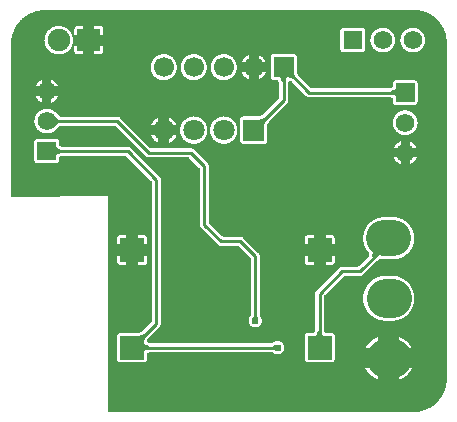
<source format=gbl>
G04 Layer: BottomLayer*
G04 EasyEDA v6.1.30, Mon, 22 Apr 2019 04:26:04 GMT*
G04 3299eb1e32c44027902f169d4311eafc,c4e59543e3c44a9793b0b0a188f79ba1,10*
G04 Gerber Generator version 0.2*
G04 Scale: 100 percent, Rotated: No, Reflected: No *
G04 Dimensions in millimeters *
G04 leading zeros omitted , absolute positions ,3 integer and 3 decimal *
%FSLAX33Y33*%
%MOMM*%
G90*
G71D02*

%ADD10C,0.254000*%
%ADD11C,0.620014*%
%ADD14C,1.699997*%
%ADD15C,1.574800*%
%ADD16R,1.574800X1.574800*%
%ADD18C,1.799996*%
%ADD20C,1.899996*%
%ADD21C,3.302000*%
%ADD22C,3.048000*%
%ADD23R,1.999996X1.999996*%

%LPD*%
G36*
G01X34439Y42427D02*
G01X3078Y42427D01*
G01X3001Y42425D01*
G01X2924Y42420D01*
G01X2847Y42414D01*
G01X2771Y42405D01*
G01X2695Y42395D01*
G01X2619Y42382D01*
G01X2543Y42367D01*
G01X2468Y42350D01*
G01X2393Y42332D01*
G01X2319Y42311D01*
G01X2246Y42288D01*
G01X2173Y42263D01*
G01X2101Y42237D01*
G01X2029Y42208D01*
G01X1959Y42177D01*
G01X1889Y42145D01*
G01X1820Y42111D01*
G01X1752Y42075D01*
G01X1685Y42037D01*
G01X1619Y41997D01*
G01X1554Y41955D01*
G01X1491Y41912D01*
G01X1428Y41867D01*
G01X1367Y41821D01*
G01X1307Y41772D01*
G01X1248Y41723D01*
G01X1191Y41671D01*
G01X1135Y41618D01*
G01X1081Y41564D01*
G01X1028Y41508D01*
G01X976Y41451D01*
G01X926Y41392D01*
G01X878Y41332D01*
G01X831Y41271D01*
G01X786Y41209D01*
G01X743Y41145D01*
G01X702Y41080D01*
G01X662Y41014D01*
G01X624Y40947D01*
G01X588Y40879D01*
G01X553Y40811D01*
G01X521Y40741D01*
G01X490Y40670D01*
G01X461Y40599D01*
G01X435Y40527D01*
G01X410Y40454D01*
G01X387Y40380D01*
G01X366Y40306D01*
G01X347Y40232D01*
G01X330Y40157D01*
G01X316Y40081D01*
G01X303Y40005D01*
G01X292Y39929D01*
G01X283Y39852D01*
G01X277Y39776D01*
G01X272Y39699D01*
G01X270Y39622D01*
G01X270Y26687D01*
G01X271Y26673D01*
G01X274Y26659D01*
G01X279Y26645D01*
G01X286Y26632D01*
G01X294Y26621D01*
G01X305Y26610D01*
G01X316Y26602D01*
G01X329Y26595D01*
G01X343Y26590D01*
G01X357Y26587D01*
G01X371Y26586D01*
G01X372Y26586D01*
G01X8509Y26670D01*
G01X8509Y8498D01*
G01X8510Y8484D01*
G01X8514Y8470D01*
G01X8519Y8456D01*
G01X8526Y8443D01*
G01X8534Y8432D01*
G01X8544Y8422D01*
G01X8556Y8413D01*
G01X8569Y8406D01*
G01X8582Y8401D01*
G01X8597Y8398D01*
G01X8611Y8397D01*
G01X34415Y8397D01*
G01X34492Y8400D01*
G01X34568Y8405D01*
G01X34645Y8413D01*
G01X34721Y8422D01*
G01X34796Y8434D01*
G01X34872Y8447D01*
G01X34947Y8463D01*
G01X35022Y8480D01*
G01X35096Y8500D01*
G01X35169Y8522D01*
G01X35242Y8545D01*
G01X35315Y8571D01*
G01X35386Y8598D01*
G01X35457Y8628D01*
G01X35527Y8659D01*
G01X35596Y8692D01*
G01X35664Y8727D01*
G01X35731Y8764D01*
G01X35798Y8803D01*
G01X35863Y8843D01*
G01X35927Y8886D01*
G01X35990Y8929D01*
G01X36051Y8975D01*
G01X36112Y9022D01*
G01X36171Y9071D01*
G01X36228Y9122D01*
G01X36285Y9174D01*
G01X36340Y9227D01*
G01X36393Y9282D01*
G01X36445Y9338D01*
G01X36495Y9396D01*
G01X36544Y9455D01*
G01X36592Y9516D01*
G01X36637Y9577D01*
G01X36681Y9640D01*
G01X36723Y9704D01*
G01X36764Y9769D01*
G01X36802Y9836D01*
G01X36839Y9903D01*
G01X36874Y9971D01*
G01X36907Y10040D01*
G01X36939Y10110D01*
G01X36968Y10181D01*
G01X36995Y10253D01*
G01X37021Y10325D01*
G01X37044Y10398D01*
G01X37066Y10471D01*
G01X37086Y10545D01*
G01X37103Y10620D01*
G01X37119Y10695D01*
G01X37132Y10771D01*
G01X37144Y10846D01*
G01X37153Y10923D01*
G01X37161Y10999D01*
G01X37166Y11075D01*
G01X37169Y11152D01*
G01X37170Y11229D01*
G01X37170Y39696D01*
G01X37169Y39772D01*
G01X37166Y39847D01*
G01X37161Y39922D01*
G01X37154Y39997D01*
G01X37144Y40072D01*
G01X37133Y40146D01*
G01X37120Y40220D01*
G01X37104Y40294D01*
G01X37087Y40367D01*
G01X37067Y40440D01*
G01X37046Y40512D01*
G01X37022Y40583D01*
G01X36997Y40654D01*
G01X36969Y40724D01*
G01X36940Y40793D01*
G01X36909Y40862D01*
G01X36876Y40930D01*
G01X36841Y40996D01*
G01X36804Y41062D01*
G01X36766Y41127D01*
G01X36726Y41190D01*
G01X36683Y41253D01*
G01X36640Y41314D01*
G01X36594Y41374D01*
G01X36547Y41433D01*
G01X36499Y41490D01*
G01X36448Y41546D01*
G01X36397Y41601D01*
G01X36344Y41654D01*
G01X36289Y41706D01*
G01X36233Y41756D01*
G01X36175Y41804D01*
G01X36117Y41851D01*
G01X36057Y41897D01*
G01X35995Y41941D01*
G01X35933Y41983D01*
G01X35869Y42023D01*
G01X35805Y42061D01*
G01X35739Y42098D01*
G01X35672Y42133D01*
G01X35605Y42166D01*
G01X35536Y42197D01*
G01X35467Y42227D01*
G01X35397Y42254D01*
G01X35326Y42279D01*
G01X35255Y42303D01*
G01X35182Y42324D01*
G01X35110Y42344D01*
G01X35037Y42361D01*
G01X34963Y42377D01*
G01X34889Y42390D01*
G01X34814Y42401D01*
G01X34740Y42411D01*
G01X34665Y42418D01*
G01X34590Y42423D01*
G01X34515Y42426D01*
G01X34439Y42427D01*
G37*

%LPC*%
G36*
G01X4090Y31523D02*
G01X2515Y31523D01*
G01X2491Y31522D01*
G01X2468Y31519D01*
G01X2445Y31514D01*
G01X2422Y31506D01*
G01X2401Y31497D01*
G01X2380Y31485D01*
G01X2360Y31472D01*
G01X2342Y31456D01*
G01X2325Y31440D01*
G01X2310Y31421D01*
G01X2297Y31402D01*
G01X2285Y31381D01*
G01X2276Y31360D01*
G01X2268Y31337D01*
G01X2263Y31314D01*
G01X2260Y31291D01*
G01X2258Y31267D01*
G01X2258Y29692D01*
G01X2260Y29668D01*
G01X2263Y29645D01*
G01X2268Y29622D01*
G01X2276Y29599D01*
G01X2285Y29578D01*
G01X2297Y29557D01*
G01X2310Y29538D01*
G01X2325Y29519D01*
G01X2342Y29503D01*
G01X2360Y29487D01*
G01X2380Y29474D01*
G01X2401Y29462D01*
G01X2422Y29453D01*
G01X2445Y29445D01*
G01X2468Y29440D01*
G01X2491Y29437D01*
G01X2515Y29436D01*
G01X4090Y29436D01*
G01X4113Y29437D01*
G01X4137Y29440D01*
G01X4160Y29445D01*
G01X4182Y29453D01*
G01X4204Y29462D01*
G01X4225Y29474D01*
G01X4244Y29487D01*
G01X4263Y29503D01*
G01X4279Y29519D01*
G01X4295Y29538D01*
G01X4308Y29557D01*
G01X4319Y29578D01*
G01X4329Y29599D01*
G01X4337Y29622D01*
G01X4342Y29645D01*
G01X4345Y29668D01*
G01X4346Y29692D01*
G01X4346Y29941D01*
G01X4348Y29957D01*
G01X4351Y29972D01*
G01X4358Y29987D01*
G01X4366Y30001D01*
G01X4377Y30013D01*
G01X4389Y30023D01*
G01X4403Y30032D01*
G01X4510Y30085D01*
G01X4524Y30091D01*
G01X4540Y30095D01*
G01X4555Y30096D01*
G01X9959Y30096D01*
G01X9975Y30095D01*
G01X9991Y30091D01*
G01X10006Y30085D01*
G01X10019Y30077D01*
G01X10031Y30066D01*
G01X12160Y27937D01*
G01X12170Y27925D01*
G01X12179Y27912D01*
G01X12185Y27897D01*
G01X12189Y27881D01*
G01X12190Y27866D01*
G01X12190Y16075D01*
G01X12189Y16060D01*
G01X12185Y16044D01*
G01X12179Y16029D01*
G01X12170Y16016D01*
G01X12160Y16004D01*
G01X11375Y15218D01*
G01X11363Y15208D01*
G01X11350Y15200D01*
G01X11335Y15194D01*
G01X11066Y15104D01*
G01X11051Y15100D01*
G01X11034Y15099D01*
G01X9541Y15099D01*
G01X9518Y15098D01*
G01X9494Y15095D01*
G01X9471Y15089D01*
G01X9449Y15082D01*
G01X9427Y15072D01*
G01X9406Y15061D01*
G01X9387Y15047D01*
G01X9369Y15032D01*
G01X9352Y15015D01*
G01X9337Y14997D01*
G01X9323Y14978D01*
G01X9312Y14957D01*
G01X9302Y14935D01*
G01X9295Y14913D01*
G01X9289Y14890D01*
G01X9286Y14866D01*
G01X9285Y14842D01*
G01X9285Y12843D01*
G01X9286Y12819D01*
G01X9289Y12795D01*
G01X9295Y12772D01*
G01X9302Y12750D01*
G01X9312Y12728D01*
G01X9323Y12707D01*
G01X9337Y12688D01*
G01X9352Y12670D01*
G01X9369Y12653D01*
G01X9387Y12638D01*
G01X9406Y12624D01*
G01X9427Y12613D01*
G01X9449Y12603D01*
G01X9471Y12596D01*
G01X9494Y12590D01*
G01X9518Y12587D01*
G01X9541Y12586D01*
G01X11541Y12586D01*
G01X11565Y12587D01*
G01X11589Y12590D01*
G01X11612Y12596D01*
G01X11634Y12603D01*
G01X11656Y12613D01*
G01X11676Y12624D01*
G01X11696Y12638D01*
G01X11714Y12653D01*
G01X11731Y12670D01*
G01X11746Y12688D01*
G01X11760Y12707D01*
G01X11771Y12728D01*
G01X11781Y12750D01*
G01X11788Y12772D01*
G01X11794Y12795D01*
G01X11797Y12819D01*
G01X11798Y12843D01*
G01X11798Y13304D01*
G01X11799Y13320D01*
G01X11803Y13335D01*
G01X11809Y13350D01*
G01X11818Y13364D01*
G01X11828Y13376D01*
G01X11840Y13386D01*
G01X11854Y13395D01*
G01X11962Y13448D01*
G01X11976Y13454D01*
G01X11991Y13458D01*
G01X12007Y13459D01*
G01X22356Y13459D01*
G01X22371Y13458D01*
G01X22386Y13454D01*
G01X22400Y13449D01*
G01X22508Y13396D01*
G01X22524Y13387D01*
G01X22553Y13366D01*
G01X22584Y13348D01*
G01X22616Y13331D01*
G01X22649Y13317D01*
G01X22683Y13304D01*
G01X22718Y13294D01*
G01X22753Y13286D01*
G01X22789Y13281D01*
G01X22824Y13277D01*
G01X22860Y13276D01*
G01X22895Y13277D01*
G01X22929Y13280D01*
G01X22963Y13285D01*
G01X22996Y13292D01*
G01X23029Y13302D01*
G01X23061Y13313D01*
G01X23093Y13326D01*
G01X23124Y13341D01*
G01X23154Y13358D01*
G01X23182Y13376D01*
G01X23210Y13397D01*
G01X23236Y13418D01*
G01X23261Y13442D01*
G01X23284Y13467D01*
G01X23306Y13493D01*
G01X23327Y13521D01*
G01X23345Y13549D01*
G01X23362Y13579D01*
G01X23377Y13610D01*
G01X23390Y13642D01*
G01X23401Y13674D01*
G01X23410Y13707D01*
G01X23418Y13740D01*
G01X23423Y13774D01*
G01X23426Y13808D01*
G01X23427Y13843D01*
G01X23426Y13877D01*
G01X23423Y13911D01*
G01X23418Y13945D01*
G01X23410Y13978D01*
G01X23401Y14011D01*
G01X23390Y14043D01*
G01X23377Y14075D01*
G01X23362Y14106D01*
G01X23345Y14136D01*
G01X23327Y14164D01*
G01X23306Y14192D01*
G01X23284Y14218D01*
G01X23261Y14243D01*
G01X23236Y14267D01*
G01X23210Y14288D01*
G01X23182Y14309D01*
G01X23154Y14327D01*
G01X23124Y14344D01*
G01X23093Y14359D01*
G01X23061Y14372D01*
G01X23029Y14383D01*
G01X22996Y14393D01*
G01X22963Y14400D01*
G01X22929Y14405D01*
G01X22895Y14408D01*
G01X22860Y14409D01*
G01X22824Y14408D01*
G01X22789Y14404D01*
G01X22753Y14399D01*
G01X22718Y14391D01*
G01X22683Y14381D01*
G01X22649Y14368D01*
G01X22616Y14354D01*
G01X22584Y14337D01*
G01X22553Y14319D01*
G01X22524Y14298D01*
G01X22508Y14289D01*
G01X22400Y14236D01*
G01X22386Y14231D01*
G01X22371Y14227D01*
G01X22356Y14226D01*
G01X12007Y14226D01*
G01X11991Y14227D01*
G01X11976Y14231D01*
G01X11962Y14237D01*
G01X11867Y14284D01*
G01X11854Y14292D01*
G01X11841Y14303D01*
G01X11831Y14315D01*
G01X11822Y14328D01*
G01X11816Y14343D01*
G01X11812Y14359D01*
G01X11811Y14375D01*
G01X11812Y14391D01*
G01X11816Y14407D01*
G01X11893Y14636D01*
G01X11899Y14651D01*
G01X11907Y14664D01*
G01X11917Y14676D01*
G01X12845Y15603D01*
G01X12865Y15625D01*
G01X12884Y15649D01*
G01X12900Y15674D01*
G01X12915Y15700D01*
G01X12928Y15728D01*
G01X12938Y15756D01*
G01X12946Y15785D01*
G01X12952Y15815D01*
G01X12956Y15844D01*
G01X12957Y15874D01*
G01X12957Y28066D01*
G01X12956Y28097D01*
G01X12952Y28126D01*
G01X12946Y28156D01*
G01X12938Y28185D01*
G01X12928Y28213D01*
G01X12915Y28241D01*
G01X12900Y28267D01*
G01X12884Y28292D01*
G01X12865Y28316D01*
G01X12845Y28338D01*
G01X10432Y30751D01*
G01X10410Y30771D01*
G01X10386Y30790D01*
G01X10361Y30807D01*
G01X10335Y30821D01*
G01X10307Y30834D01*
G01X10279Y30844D01*
G01X10250Y30852D01*
G01X10220Y30858D01*
G01X10191Y30862D01*
G01X10160Y30863D01*
G01X4555Y30863D01*
G01X4540Y30864D01*
G01X4524Y30868D01*
G01X4510Y30874D01*
G01X4403Y30927D01*
G01X4389Y30936D01*
G01X4377Y30946D01*
G01X4366Y30958D01*
G01X4358Y30972D01*
G01X4351Y30987D01*
G01X4348Y31002D01*
G01X4346Y31018D01*
G01X4346Y31267D01*
G01X4345Y31291D01*
G01X4342Y31314D01*
G01X4337Y31337D01*
G01X4329Y31360D01*
G01X4319Y31381D01*
G01X4308Y31402D01*
G01X4295Y31421D01*
G01X4279Y31440D01*
G01X4263Y31456D01*
G01X4244Y31472D01*
G01X4225Y31485D01*
G01X4204Y31497D01*
G01X4182Y31506D01*
G01X4160Y31514D01*
G01X4137Y31519D01*
G01X4113Y31522D01*
G01X4090Y31523D01*
G37*
G36*
G01X3349Y34062D02*
G01X3302Y34063D01*
G01X3256Y34062D01*
G01X3209Y34059D01*
G01X3162Y34054D01*
G01X3116Y34047D01*
G01X3070Y34037D01*
G01X3025Y34026D01*
G01X2980Y34012D01*
G01X2936Y33997D01*
G01X2892Y33979D01*
G01X2849Y33960D01*
G01X2808Y33939D01*
G01X2767Y33916D01*
G01X2727Y33891D01*
G01X2689Y33864D01*
G01X2652Y33836D01*
G01X2616Y33806D01*
G01X2581Y33774D01*
G01X2548Y33741D01*
G01X2516Y33706D01*
G01X2486Y33670D01*
G01X2458Y33633D01*
G01X2431Y33595D01*
G01X2406Y33555D01*
G01X2383Y33514D01*
G01X2362Y33472D01*
G01X2342Y33430D01*
G01X2325Y33386D01*
G01X2310Y33342D01*
G01X2296Y33297D01*
G01X2285Y33252D01*
G01X2275Y33206D01*
G01X2268Y33160D01*
G01X2263Y33113D01*
G01X2260Y33066D01*
G01X2258Y33019D01*
G01X2260Y32973D01*
G01X2263Y32926D01*
G01X2268Y32879D01*
G01X2275Y32833D01*
G01X2285Y32787D01*
G01X2296Y32742D01*
G01X2310Y32697D01*
G01X2325Y32653D01*
G01X2342Y32609D01*
G01X2362Y32567D01*
G01X2383Y32525D01*
G01X2406Y32484D01*
G01X2431Y32444D01*
G01X2458Y32406D01*
G01X2486Y32369D01*
G01X2516Y32333D01*
G01X2548Y32298D01*
G01X2581Y32265D01*
G01X2616Y32233D01*
G01X2652Y32203D01*
G01X2689Y32175D01*
G01X2727Y32148D01*
G01X2767Y32123D01*
G01X2808Y32100D01*
G01X2849Y32079D01*
G01X2892Y32060D01*
G01X2936Y32042D01*
G01X2980Y32027D01*
G01X3025Y32013D01*
G01X3070Y32002D01*
G01X3116Y31992D01*
G01X3162Y31985D01*
G01X3209Y31980D01*
G01X3256Y31977D01*
G01X3302Y31976D01*
G01X3349Y31977D01*
G01X3396Y31980D01*
G01X3443Y31985D01*
G01X3489Y31992D01*
G01X3535Y32002D01*
G01X3580Y32013D01*
G01X3625Y32027D01*
G01X3670Y32042D01*
G01X3713Y32060D01*
G01X3756Y32079D01*
G01X3797Y32100D01*
G01X3838Y32124D01*
G01X3878Y32149D01*
G01X3916Y32175D01*
G01X3954Y32204D01*
G01X3990Y32234D01*
G01X3991Y32235D01*
G01X4440Y32612D01*
G01X4454Y32622D01*
G01X4470Y32630D01*
G01X4487Y32634D01*
G01X4505Y32636D01*
G01X9070Y32636D01*
G01X9086Y32635D01*
G01X9102Y32631D01*
G01X9117Y32625D01*
G01X9130Y32617D01*
G01X9142Y32606D01*
G01X11667Y30081D01*
G01X11689Y30061D01*
G01X11713Y30042D01*
G01X11738Y30025D01*
G01X11764Y30011D01*
G01X11792Y29998D01*
G01X11820Y29988D01*
G01X11849Y29980D01*
G01X11878Y29974D01*
G01X11908Y29970D01*
G01X11938Y29969D01*
G01X15293Y29969D01*
G01X15309Y29968D01*
G01X15325Y29964D01*
G01X15340Y29958D01*
G01X15353Y29950D01*
G01X15365Y29939D01*
G01X16224Y29080D01*
G01X16234Y29068D01*
G01X16243Y29055D01*
G01X16249Y29040D01*
G01X16253Y29024D01*
G01X16254Y29009D01*
G01X16254Y24257D01*
G01X16255Y24226D01*
G01X16259Y24197D01*
G01X16264Y24167D01*
G01X16273Y24138D01*
G01X16283Y24110D01*
G01X16296Y24082D01*
G01X16310Y24056D01*
G01X16327Y24031D01*
G01X16346Y24007D01*
G01X16366Y23985D01*
G01X17763Y22588D01*
G01X17785Y22568D01*
G01X17809Y22549D01*
G01X17834Y22532D01*
G01X17860Y22518D01*
G01X17888Y22505D01*
G01X17916Y22495D01*
G01X17945Y22487D01*
G01X17974Y22481D01*
G01X18004Y22477D01*
G01X18034Y22476D01*
G01X19484Y22476D01*
G01X19500Y22475D01*
G01X19516Y22471D01*
G01X19531Y22465D01*
G01X19544Y22457D01*
G01X19556Y22446D01*
G01X20542Y21460D01*
G01X20552Y21448D01*
G01X20561Y21435D01*
G01X20567Y21420D01*
G01X20571Y21404D01*
G01X20572Y21389D01*
G01X20572Y16633D01*
G01X20571Y16618D01*
G01X20567Y16603D01*
G01X20562Y16589D01*
G01X20509Y16481D01*
G01X20500Y16465D01*
G01X20479Y16435D01*
G01X20461Y16405D01*
G01X20444Y16373D01*
G01X20430Y16340D01*
G01X20417Y16306D01*
G01X20407Y16271D01*
G01X20399Y16236D01*
G01X20393Y16200D01*
G01X20390Y16165D01*
G01X20389Y16129D01*
G01X20390Y16094D01*
G01X20393Y16060D01*
G01X20398Y16026D01*
G01X20405Y15993D01*
G01X20415Y15960D01*
G01X20426Y15928D01*
G01X20439Y15896D01*
G01X20454Y15865D01*
G01X20471Y15835D01*
G01X20489Y15807D01*
G01X20509Y15779D01*
G01X20531Y15753D01*
G01X20555Y15728D01*
G01X20580Y15704D01*
G01X20606Y15683D01*
G01X20634Y15662D01*
G01X20662Y15644D01*
G01X20692Y15627D01*
G01X20723Y15612D01*
G01X20755Y15599D01*
G01X20787Y15588D01*
G01X20820Y15578D01*
G01X20853Y15571D01*
G01X20887Y15566D01*
G01X20921Y15563D01*
G01X20955Y15562D01*
G01X20990Y15563D01*
G01X21024Y15566D01*
G01X21058Y15571D01*
G01X21091Y15578D01*
G01X21124Y15588D01*
G01X21156Y15599D01*
G01X21188Y15612D01*
G01X21219Y15627D01*
G01X21249Y15644D01*
G01X21277Y15662D01*
G01X21305Y15683D01*
G01X21331Y15704D01*
G01X21356Y15728D01*
G01X21379Y15753D01*
G01X21401Y15779D01*
G01X21422Y15807D01*
G01X21440Y15835D01*
G01X21457Y15865D01*
G01X21472Y15896D01*
G01X21485Y15928D01*
G01X21496Y15960D01*
G01X21505Y15993D01*
G01X21513Y16026D01*
G01X21518Y16060D01*
G01X21521Y16094D01*
G01X21522Y16128D01*
G01X21521Y16165D01*
G01X21517Y16200D01*
G01X21512Y16236D01*
G01X21504Y16271D01*
G01X21494Y16306D01*
G01X21481Y16340D01*
G01X21467Y16373D01*
G01X21450Y16405D01*
G01X21432Y16435D01*
G01X21411Y16465D01*
G01X21401Y16481D01*
G01X21349Y16589D01*
G01X21344Y16603D01*
G01X21340Y16618D01*
G01X21339Y16633D01*
G01X21339Y21589D01*
G01X21338Y21620D01*
G01X21334Y21649D01*
G01X21328Y21679D01*
G01X21320Y21708D01*
G01X21310Y21736D01*
G01X21297Y21764D01*
G01X21282Y21790D01*
G01X21266Y21815D01*
G01X21247Y21839D01*
G01X21227Y21861D01*
G01X19957Y23131D01*
G01X19935Y23151D01*
G01X19911Y23170D01*
G01X19886Y23187D01*
G01X19860Y23201D01*
G01X19832Y23214D01*
G01X19804Y23224D01*
G01X19775Y23232D01*
G01X19745Y23238D01*
G01X19716Y23242D01*
G01X19685Y23243D01*
G01X18235Y23243D01*
G01X18219Y23244D01*
G01X18204Y23248D01*
G01X18189Y23254D01*
G01X18176Y23262D01*
G01X18164Y23273D01*
G01X17051Y24386D01*
G01X17040Y24398D01*
G01X17032Y24411D01*
G01X17026Y24426D01*
G01X17022Y24442D01*
G01X17021Y24457D01*
G01X17021Y29209D01*
G01X17020Y29240D01*
G01X17016Y29269D01*
G01X17010Y29299D01*
G01X17002Y29328D01*
G01X16992Y29356D01*
G01X16979Y29384D01*
G01X16964Y29410D01*
G01X16948Y29435D01*
G01X16929Y29459D01*
G01X16909Y29481D01*
G01X15766Y30624D01*
G01X15744Y30644D01*
G01X15720Y30663D01*
G01X15695Y30680D01*
G01X15669Y30694D01*
G01X15641Y30707D01*
G01X15613Y30717D01*
G01X15584Y30725D01*
G01X15554Y30731D01*
G01X15525Y30735D01*
G01X15494Y30736D01*
G01X12139Y30736D01*
G01X12123Y30737D01*
G01X12108Y30741D01*
G01X12093Y30747D01*
G01X12080Y30755D01*
G01X12068Y30766D01*
G01X9543Y33291D01*
G01X9521Y33311D01*
G01X9497Y33330D01*
G01X9472Y33347D01*
G01X9446Y33361D01*
G01X9418Y33374D01*
G01X9390Y33384D01*
G01X9361Y33392D01*
G01X9331Y33398D01*
G01X9302Y33402D01*
G01X9271Y33403D01*
G01X4505Y33403D01*
G01X4487Y33405D01*
G01X4470Y33409D01*
G01X4454Y33417D01*
G01X4440Y33427D01*
G01X3991Y33804D01*
G01X3990Y33805D01*
G01X3954Y33835D01*
G01X3916Y33864D01*
G01X3878Y33890D01*
G01X3838Y33915D01*
G01X3797Y33939D01*
G01X3756Y33960D01*
G01X3713Y33979D01*
G01X3670Y33997D01*
G01X3625Y34012D01*
G01X3580Y34026D01*
G01X3535Y34037D01*
G01X3489Y34047D01*
G01X3443Y34054D01*
G01X3396Y34059D01*
G01X3349Y34062D01*
G37*
G36*
G01X24218Y38698D02*
G01X22519Y38698D01*
G01X22495Y38697D01*
G01X22471Y38694D01*
G01X22448Y38688D01*
G01X22426Y38681D01*
G01X22404Y38671D01*
G01X22383Y38659D01*
G01X22364Y38646D01*
G01X22346Y38631D01*
G01X22329Y38614D01*
G01X22314Y38596D01*
G01X22300Y38576D01*
G01X22289Y38556D01*
G01X22279Y38534D01*
G01X22272Y38512D01*
G01X22266Y38489D01*
G01X22263Y38465D01*
G01X22262Y38441D01*
G01X22262Y36742D01*
G01X22263Y36718D01*
G01X22266Y36694D01*
G01X22272Y36671D01*
G01X22279Y36649D01*
G01X22289Y36627D01*
G01X22300Y36607D01*
G01X22314Y36587D01*
G01X22329Y36569D01*
G01X22346Y36552D01*
G01X22364Y36537D01*
G01X22383Y36524D01*
G01X22404Y36512D01*
G01X22426Y36502D01*
G01X22448Y36495D01*
G01X22471Y36489D01*
G01X22495Y36486D01*
G01X22519Y36485D01*
G01X22830Y36485D01*
G01X22846Y36484D01*
G01X22861Y36480D01*
G01X22876Y36474D01*
G01X22890Y36465D01*
G01X22902Y36455D01*
G01X22912Y36443D01*
G01X22920Y36429D01*
G01X22974Y36322D01*
G01X22980Y36307D01*
G01X22984Y36292D01*
G01X22985Y36276D01*
G01X22985Y34998D01*
G01X22984Y34983D01*
G01X22980Y34967D01*
G01X22974Y34952D01*
G01X22965Y34939D01*
G01X22955Y34927D01*
G01X21562Y33533D01*
G01X21550Y33523D01*
G01X21537Y33515D01*
G01X21522Y33509D01*
G01X21253Y33419D01*
G01X21238Y33415D01*
G01X21221Y33414D01*
G01X19928Y33414D01*
G01X19905Y33413D01*
G01X19881Y33410D01*
G01X19858Y33404D01*
G01X19836Y33397D01*
G01X19814Y33387D01*
G01X19793Y33376D01*
G01X19774Y33362D01*
G01X19756Y33347D01*
G01X19739Y33330D01*
G01X19724Y33312D01*
G01X19710Y33293D01*
G01X19699Y33272D01*
G01X19689Y33250D01*
G01X19682Y33228D01*
G01X19676Y33205D01*
G01X19673Y33181D01*
G01X19672Y33157D01*
G01X19672Y31358D01*
G01X19673Y31334D01*
G01X19676Y31310D01*
G01X19682Y31287D01*
G01X19689Y31265D01*
G01X19699Y31243D01*
G01X19710Y31222D01*
G01X19724Y31203D01*
G01X19739Y31185D01*
G01X19756Y31168D01*
G01X19774Y31153D01*
G01X19793Y31139D01*
G01X19814Y31128D01*
G01X19836Y31118D01*
G01X19858Y31111D01*
G01X19881Y31105D01*
G01X19905Y31102D01*
G01X19928Y31101D01*
G01X21728Y31101D01*
G01X21752Y31102D01*
G01X21776Y31105D01*
G01X21799Y31111D01*
G01X21821Y31118D01*
G01X21843Y31128D01*
G01X21863Y31139D01*
G01X21883Y31153D01*
G01X21901Y31168D01*
G01X21918Y31185D01*
G01X21933Y31203D01*
G01X21947Y31222D01*
G01X21958Y31243D01*
G01X21968Y31265D01*
G01X21975Y31287D01*
G01X21981Y31310D01*
G01X21984Y31334D01*
G01X21985Y31358D01*
G01X21985Y32650D01*
G01X21986Y32667D01*
G01X21990Y32683D01*
G01X22080Y32951D01*
G01X22086Y32966D01*
G01X22094Y32979D01*
G01X22104Y32991D01*
G01X23640Y34526D01*
G01X23660Y34548D01*
G01X23679Y34572D01*
G01X23695Y34597D01*
G01X23710Y34623D01*
G01X23723Y34651D01*
G01X23733Y34679D01*
G01X23741Y34708D01*
G01X23747Y34738D01*
G01X23751Y34767D01*
G01X23752Y34797D01*
G01X23752Y36276D01*
G01X23753Y36292D01*
G01X23757Y36307D01*
G01X23763Y36322D01*
G01X23788Y36373D01*
G01X23797Y36387D01*
G01X23807Y36399D01*
G01X23819Y36409D01*
G01X23833Y36418D01*
G01X23848Y36424D01*
G01X23863Y36428D01*
G01X23879Y36429D01*
G01X23896Y36428D01*
G01X23911Y36424D01*
G01X24012Y36390D01*
G01X24027Y36384D01*
G01X24040Y36376D01*
G01X24052Y36366D01*
G01X25256Y35161D01*
G01X25278Y35141D01*
G01X25302Y35122D01*
G01X25327Y35105D01*
G01X25353Y35091D01*
G01X25381Y35078D01*
G01X25409Y35068D01*
G01X25438Y35060D01*
G01X25467Y35054D01*
G01X25497Y35050D01*
G01X25527Y35049D01*
G01X32402Y35049D01*
G01X32418Y35048D01*
G01X32433Y35044D01*
G01X32448Y35038D01*
G01X32555Y34985D01*
G01X32569Y34976D01*
G01X32581Y34966D01*
G01X32592Y34954D01*
G01X32600Y34940D01*
G01X32606Y34925D01*
G01X32610Y34910D01*
G01X32611Y34894D01*
G01X32611Y34645D01*
G01X32613Y34621D01*
G01X32616Y34598D01*
G01X32621Y34575D01*
G01X32629Y34552D01*
G01X32638Y34531D01*
G01X32650Y34510D01*
G01X32663Y34491D01*
G01X32678Y34472D01*
G01X32695Y34456D01*
G01X32713Y34440D01*
G01X32733Y34427D01*
G01X32754Y34415D01*
G01X32775Y34406D01*
G01X32798Y34398D01*
G01X32821Y34393D01*
G01X32844Y34390D01*
G01X32868Y34389D01*
G01X34443Y34389D01*
G01X34466Y34390D01*
G01X34490Y34393D01*
G01X34513Y34398D01*
G01X34535Y34406D01*
G01X34557Y34415D01*
G01X34578Y34427D01*
G01X34597Y34440D01*
G01X34616Y34456D01*
G01X34632Y34472D01*
G01X34648Y34491D01*
G01X34661Y34510D01*
G01X34672Y34531D01*
G01X34682Y34552D01*
G01X34690Y34575D01*
G01X34695Y34598D01*
G01X34698Y34621D01*
G01X34699Y34645D01*
G01X34699Y36220D01*
G01X34698Y36244D01*
G01X34695Y36267D01*
G01X34690Y36290D01*
G01X34682Y36313D01*
G01X34672Y36334D01*
G01X34661Y36355D01*
G01X34648Y36374D01*
G01X34632Y36393D01*
G01X34616Y36409D01*
G01X34597Y36425D01*
G01X34578Y36438D01*
G01X34557Y36450D01*
G01X34535Y36459D01*
G01X34513Y36467D01*
G01X34490Y36472D01*
G01X34466Y36475D01*
G01X34443Y36476D01*
G01X32868Y36476D01*
G01X32844Y36475D01*
G01X32821Y36472D01*
G01X32798Y36467D01*
G01X32775Y36459D01*
G01X32754Y36450D01*
G01X32733Y36438D01*
G01X32713Y36425D01*
G01X32695Y36409D01*
G01X32678Y36393D01*
G01X32663Y36374D01*
G01X32650Y36355D01*
G01X32638Y36334D01*
G01X32629Y36313D01*
G01X32621Y36290D01*
G01X32616Y36267D01*
G01X32613Y36244D01*
G01X32611Y36220D01*
G01X32611Y35971D01*
G01X32610Y35955D01*
G01X32606Y35940D01*
G01X32600Y35925D01*
G01X32592Y35911D01*
G01X32581Y35899D01*
G01X32569Y35889D01*
G01X32555Y35880D01*
G01X32448Y35827D01*
G01X32433Y35821D01*
G01X32418Y35817D01*
G01X32402Y35816D01*
G01X25728Y35816D01*
G01X25712Y35817D01*
G01X25697Y35821D01*
G01X25682Y35827D01*
G01X25669Y35835D01*
G01X25657Y35846D01*
G01X24594Y36908D01*
G01X24584Y36920D01*
G01X24576Y36933D01*
G01X24570Y36948D01*
G01X24480Y37217D01*
G01X24476Y37232D01*
G01X24475Y37249D01*
G01X24475Y38441D01*
G01X24474Y38465D01*
G01X24470Y38489D01*
G01X24465Y38512D01*
G01X24458Y38534D01*
G01X24448Y38556D01*
G01X24436Y38576D01*
G01X24423Y38596D01*
G01X24408Y38614D01*
G01X24391Y38631D01*
G01X24373Y38646D01*
G01X24353Y38659D01*
G01X24333Y38671D01*
G01X24311Y38681D01*
G01X24289Y38688D01*
G01X24265Y38694D01*
G01X24242Y38697D01*
G01X24218Y38698D01*
G37*
G36*
G01X32639Y24894D02*
G01X31877Y24894D01*
G01X31817Y24893D01*
G01X31756Y24890D01*
G01X31695Y24885D01*
G01X31635Y24877D01*
G01X31575Y24868D01*
G01X31515Y24857D01*
G01X31456Y24843D01*
G01X31397Y24828D01*
G01X31339Y24811D01*
G01X31281Y24791D01*
G01X31224Y24770D01*
G01X31168Y24747D01*
G01X31113Y24721D01*
G01X31058Y24694D01*
G01X31005Y24666D01*
G01X30952Y24635D01*
G01X30901Y24602D01*
G01X30851Y24568D01*
G01X30802Y24532D01*
G01X30754Y24495D01*
G01X30707Y24456D01*
G01X30662Y24415D01*
G01X30618Y24373D01*
G01X30576Y24329D01*
G01X30535Y24284D01*
G01X30496Y24237D01*
G01X30459Y24189D01*
G01X30423Y24140D01*
G01X30389Y24090D01*
G01X30356Y24039D01*
G01X30325Y23986D01*
G01X30296Y23933D01*
G01X30269Y23878D01*
G01X30244Y23823D01*
G01X30221Y23767D01*
G01X30200Y23710D01*
G01X30180Y23652D01*
G01X30163Y23594D01*
G01X30147Y23535D01*
G01X30134Y23476D01*
G01X30123Y23416D01*
G01X30113Y23356D01*
G01X30106Y23296D01*
G01X30101Y23235D01*
G01X30098Y23174D01*
G01X30097Y23114D01*
G01X30098Y23051D01*
G01X30101Y22989D01*
G01X30107Y22927D01*
G01X30114Y22865D01*
G01X30124Y22803D01*
G01X30136Y22742D01*
G01X30150Y22681D01*
G01X30166Y22621D01*
G01X30185Y22561D01*
G01X30205Y22502D01*
G01X30227Y22444D01*
G01X30252Y22387D01*
G01X30278Y22330D01*
G01X30307Y22275D01*
G01X30337Y22220D01*
G01X30369Y22167D01*
G01X30403Y22115D01*
G01X30439Y22064D01*
G01X30477Y22014D01*
G01X30516Y21965D01*
G01X30557Y21919D01*
G01X30600Y21873D01*
G01X30610Y21861D01*
G01X30618Y21848D01*
G01X30624Y21833D01*
G01X30628Y21818D01*
G01X30629Y21802D01*
G01X30629Y21798D01*
G01X30624Y21678D01*
G01X30622Y21663D01*
G01X30618Y21649D01*
G01X30612Y21635D01*
G01X30604Y21622D01*
G01X30594Y21611D01*
G01X29716Y20733D01*
G01X29704Y20722D01*
G01X29691Y20714D01*
G01X29676Y20708D01*
G01X29660Y20704D01*
G01X29644Y20703D01*
G01X28321Y20703D01*
G01X28291Y20702D01*
G01X28261Y20698D01*
G01X28232Y20692D01*
G01X28203Y20684D01*
G01X28175Y20674D01*
G01X28147Y20661D01*
G01X28121Y20647D01*
G01X28096Y20630D01*
G01X28072Y20611D01*
G01X28050Y20591D01*
G01X26145Y18686D01*
G01X26125Y18664D01*
G01X26106Y18640D01*
G01X26089Y18615D01*
G01X26075Y18589D01*
G01X26062Y18561D01*
G01X26052Y18533D01*
G01X26043Y18504D01*
G01X26038Y18474D01*
G01X26034Y18445D01*
G01X26033Y18415D01*
G01X26033Y15308D01*
G01X26032Y15292D01*
G01X26028Y15277D01*
G01X26022Y15263D01*
G01X25968Y15155D01*
G01X25960Y15141D01*
G01X25950Y15129D01*
G01X25938Y15119D01*
G01X25924Y15110D01*
G01X25909Y15104D01*
G01X25894Y15100D01*
G01X25878Y15099D01*
G01X25416Y15099D01*
G01X25393Y15098D01*
G01X25369Y15095D01*
G01X25346Y15089D01*
G01X25324Y15082D01*
G01X25302Y15072D01*
G01X25281Y15061D01*
G01X25262Y15047D01*
G01X25244Y15032D01*
G01X25227Y15015D01*
G01X25212Y14997D01*
G01X25198Y14978D01*
G01X25187Y14957D01*
G01X25177Y14935D01*
G01X25170Y14913D01*
G01X25164Y14890D01*
G01X25161Y14866D01*
G01X25160Y14842D01*
G01X25160Y12843D01*
G01X25161Y12819D01*
G01X25164Y12795D01*
G01X25170Y12772D01*
G01X25177Y12750D01*
G01X25187Y12728D01*
G01X25198Y12707D01*
G01X25212Y12688D01*
G01X25227Y12670D01*
G01X25244Y12653D01*
G01X25262Y12638D01*
G01X25281Y12624D01*
G01X25302Y12613D01*
G01X25324Y12603D01*
G01X25346Y12596D01*
G01X25369Y12590D01*
G01X25393Y12587D01*
G01X25416Y12586D01*
G01X27416Y12586D01*
G01X27440Y12587D01*
G01X27464Y12590D01*
G01X27487Y12596D01*
G01X27509Y12603D01*
G01X27531Y12613D01*
G01X27551Y12624D01*
G01X27571Y12638D01*
G01X27589Y12653D01*
G01X27606Y12670D01*
G01X27621Y12688D01*
G01X27635Y12707D01*
G01X27646Y12728D01*
G01X27656Y12750D01*
G01X27663Y12772D01*
G01X27669Y12795D01*
G01X27672Y12819D01*
G01X27673Y12843D01*
G01X27673Y14842D01*
G01X27672Y14866D01*
G01X27669Y14890D01*
G01X27663Y14913D01*
G01X27656Y14935D01*
G01X27646Y14957D01*
G01X27635Y14978D01*
G01X27621Y14997D01*
G01X27606Y15015D01*
G01X27589Y15032D01*
G01X27571Y15047D01*
G01X27551Y15061D01*
G01X27531Y15072D01*
G01X27509Y15082D01*
G01X27487Y15089D01*
G01X27464Y15095D01*
G01X27440Y15098D01*
G01X27416Y15099D01*
G01X26955Y15099D01*
G01X26939Y15100D01*
G01X26924Y15104D01*
G01X26909Y15110D01*
G01X26895Y15119D01*
G01X26883Y15129D01*
G01X26873Y15141D01*
G01X26864Y15155D01*
G01X26811Y15263D01*
G01X26805Y15277D01*
G01X26801Y15292D01*
G01X26800Y15308D01*
G01X26800Y18214D01*
G01X26801Y18229D01*
G01X26805Y18245D01*
G01X26811Y18260D01*
G01X26819Y18273D01*
G01X26830Y18285D01*
G01X28451Y19906D01*
G01X28463Y19917D01*
G01X28476Y19925D01*
G01X28491Y19931D01*
G01X28506Y19935D01*
G01X28522Y19936D01*
G01X29845Y19936D01*
G01X29876Y19937D01*
G01X29905Y19941D01*
G01X29935Y19947D01*
G01X29964Y19955D01*
G01X29992Y19965D01*
G01X30020Y19978D01*
G01X30046Y19992D01*
G01X30071Y20009D01*
G01X30095Y20028D01*
G01X30117Y20048D01*
G01X31269Y21201D01*
G01X31281Y21211D01*
G01X31469Y21346D01*
G01X31482Y21355D01*
G01X31497Y21361D01*
G01X31512Y21364D01*
G01X31528Y21366D01*
G01X31547Y21364D01*
G01X31612Y21353D01*
G01X31678Y21344D01*
G01X31745Y21338D01*
G01X31811Y21334D01*
G01X31877Y21333D01*
G01X32639Y21333D01*
G01X32700Y21334D01*
G01X32761Y21337D01*
G01X32821Y21342D01*
G01X32882Y21350D01*
G01X32942Y21359D01*
G01X33002Y21370D01*
G01X33061Y21384D01*
G01X33120Y21399D01*
G01X33178Y21416D01*
G01X33236Y21436D01*
G01X33293Y21457D01*
G01X33349Y21480D01*
G01X33404Y21506D01*
G01X33459Y21533D01*
G01X33512Y21561D01*
G01X33565Y21592D01*
G01X33616Y21625D01*
G01X33666Y21659D01*
G01X33715Y21695D01*
G01X33763Y21732D01*
G01X33810Y21771D01*
G01X33855Y21812D01*
G01X33898Y21854D01*
G01X33941Y21898D01*
G01X33981Y21943D01*
G01X34021Y21990D01*
G01X34058Y22038D01*
G01X34094Y22087D01*
G01X34128Y22137D01*
G01X34161Y22188D01*
G01X34191Y22241D01*
G01X34220Y22294D01*
G01X34247Y22349D01*
G01X34273Y22404D01*
G01X34296Y22460D01*
G01X34317Y22517D01*
G01X34337Y22575D01*
G01X34354Y22633D01*
G01X34369Y22692D01*
G01X34383Y22751D01*
G01X34394Y22811D01*
G01X34403Y22871D01*
G01X34411Y22931D01*
G01X34416Y22992D01*
G01X34419Y23053D01*
G01X34420Y23114D01*
G01X34419Y23174D01*
G01X34416Y23235D01*
G01X34411Y23296D01*
G01X34403Y23356D01*
G01X34394Y23416D01*
G01X34383Y23476D01*
G01X34369Y23535D01*
G01X34354Y23594D01*
G01X34337Y23652D01*
G01X34317Y23710D01*
G01X34296Y23767D01*
G01X34273Y23823D01*
G01X34247Y23878D01*
G01X34220Y23933D01*
G01X34191Y23986D01*
G01X34161Y24039D01*
G01X34128Y24090D01*
G01X34094Y24140D01*
G01X34058Y24189D01*
G01X34021Y24237D01*
G01X33981Y24284D01*
G01X33941Y24329D01*
G01X33898Y24373D01*
G01X33855Y24415D01*
G01X33810Y24456D01*
G01X33763Y24495D01*
G01X33715Y24532D01*
G01X33666Y24568D01*
G01X33616Y24602D01*
G01X33565Y24635D01*
G01X33512Y24666D01*
G01X33459Y24694D01*
G01X33404Y24721D01*
G01X33349Y24747D01*
G01X33293Y24770D01*
G01X33236Y24791D01*
G01X33178Y24811D01*
G01X33120Y24828D01*
G01X33061Y24843D01*
G01X33002Y24857D01*
G01X32942Y24868D01*
G01X32882Y24877D01*
G01X32821Y24885D01*
G01X32761Y24890D01*
G01X32700Y24893D01*
G01X32639Y24894D01*
G37*
G36*
G01X32512Y19941D02*
G01X32004Y19941D01*
G01X31942Y19940D01*
G01X31880Y19937D01*
G01X31817Y19932D01*
G01X31755Y19925D01*
G01X31694Y19916D01*
G01X31632Y19904D01*
G01X31571Y19891D01*
G01X31511Y19876D01*
G01X31451Y19859D01*
G01X31391Y19840D01*
G01X31332Y19819D01*
G01X31274Y19796D01*
G01X31217Y19771D01*
G01X31161Y19744D01*
G01X31105Y19716D01*
G01X31051Y19685D01*
G01X30997Y19653D01*
G01X30945Y19620D01*
G01X30893Y19584D01*
G01X30843Y19547D01*
G01X30794Y19508D01*
G01X30747Y19468D01*
G01X30700Y19426D01*
G01X30656Y19382D01*
G01X30612Y19337D01*
G01X30570Y19291D01*
G01X30530Y19244D01*
G01X30491Y19195D01*
G01X30454Y19145D01*
G01X30418Y19093D01*
G01X30385Y19041D01*
G01X30352Y18987D01*
G01X30322Y18933D01*
G01X30294Y18877D01*
G01X30267Y18821D01*
G01X30242Y18763D01*
G01X30219Y18705D01*
G01X30198Y18647D01*
G01X30179Y18587D01*
G01X30162Y18527D01*
G01X30147Y18467D01*
G01X30134Y18406D01*
G01X30122Y18344D01*
G01X30113Y18282D01*
G01X30106Y18220D01*
G01X30101Y18158D01*
G01X30098Y18096D01*
G01X30097Y18034D01*
G01X30098Y17971D01*
G01X30101Y17909D01*
G01X30106Y17847D01*
G01X30113Y17785D01*
G01X30122Y17723D01*
G01X30134Y17661D01*
G01X30147Y17600D01*
G01X30162Y17540D01*
G01X30179Y17480D01*
G01X30198Y17420D01*
G01X30219Y17362D01*
G01X30242Y17304D01*
G01X30267Y17246D01*
G01X30294Y17190D01*
G01X30322Y17134D01*
G01X30352Y17080D01*
G01X30385Y17026D01*
G01X30418Y16974D01*
G01X30454Y16922D01*
G01X30491Y16872D01*
G01X30530Y16823D01*
G01X30570Y16776D01*
G01X30612Y16730D01*
G01X30656Y16685D01*
G01X30700Y16641D01*
G01X30747Y16599D01*
G01X30794Y16559D01*
G01X30843Y16520D01*
G01X30893Y16483D01*
G01X30945Y16447D01*
G01X30997Y16414D01*
G01X31051Y16382D01*
G01X31105Y16351D01*
G01X31161Y16323D01*
G01X31217Y16296D01*
G01X31274Y16271D01*
G01X31332Y16248D01*
G01X31391Y16227D01*
G01X31451Y16208D01*
G01X31511Y16191D01*
G01X31571Y16176D01*
G01X31632Y16163D01*
G01X31694Y16151D01*
G01X31755Y16142D01*
G01X31817Y16135D01*
G01X31880Y16130D01*
G01X31942Y16127D01*
G01X32004Y16126D01*
G01X32512Y16126D01*
G01X32575Y16127D01*
G01X32637Y16130D01*
G01X32699Y16135D01*
G01X32761Y16142D01*
G01X32823Y16151D01*
G01X32885Y16163D01*
G01X32946Y16176D01*
G01X33006Y16191D01*
G01X33066Y16208D01*
G01X33126Y16227D01*
G01X33184Y16248D01*
G01X33242Y16271D01*
G01X33300Y16296D01*
G01X33356Y16323D01*
G01X33412Y16351D01*
G01X33466Y16382D01*
G01X33520Y16414D01*
G01X33572Y16447D01*
G01X33624Y16483D01*
G01X33674Y16520D01*
G01X33723Y16559D01*
G01X33770Y16599D01*
G01X33816Y16641D01*
G01X33861Y16685D01*
G01X33905Y16730D01*
G01X33947Y16776D01*
G01X33987Y16823D01*
G01X34026Y16872D01*
G01X34063Y16922D01*
G01X34098Y16974D01*
G01X34132Y17026D01*
G01X34164Y17080D01*
G01X34195Y17134D01*
G01X34223Y17190D01*
G01X34250Y17246D01*
G01X34275Y17304D01*
G01X34298Y17362D01*
G01X34319Y17420D01*
G01X34338Y17480D01*
G01X34355Y17540D01*
G01X34370Y17600D01*
G01X34383Y17661D01*
G01X34394Y17723D01*
G01X34404Y17785D01*
G01X34411Y17847D01*
G01X34416Y17909D01*
G01X34419Y17971D01*
G01X34420Y18034D01*
G01X34419Y18096D01*
G01X34416Y18158D01*
G01X34411Y18220D01*
G01X34404Y18282D01*
G01X34394Y18344D01*
G01X34383Y18406D01*
G01X34370Y18467D01*
G01X34355Y18527D01*
G01X34338Y18587D01*
G01X34319Y18647D01*
G01X34298Y18705D01*
G01X34275Y18763D01*
G01X34250Y18821D01*
G01X34223Y18877D01*
G01X34195Y18933D01*
G01X34164Y18987D01*
G01X34132Y19041D01*
G01X34098Y19093D01*
G01X34063Y19145D01*
G01X34026Y19195D01*
G01X33987Y19244D01*
G01X33947Y19291D01*
G01X33905Y19337D01*
G01X33861Y19382D01*
G01X33816Y19426D01*
G01X33770Y19468D01*
G01X33723Y19508D01*
G01X33674Y19547D01*
G01X33624Y19584D01*
G01X33572Y19620D01*
G01X33520Y19653D01*
G01X33466Y19685D01*
G01X33412Y19716D01*
G01X33356Y19744D01*
G01X33300Y19771D01*
G01X33242Y19796D01*
G01X33184Y19819D01*
G01X33126Y19840D01*
G01X33066Y19859D01*
G01X33006Y19876D01*
G01X32946Y19891D01*
G01X32885Y19904D01*
G01X32823Y19916D01*
G01X32761Y19925D01*
G01X32699Y19932D01*
G01X32637Y19937D01*
G01X32575Y19940D01*
G01X32512Y19941D01*
G37*
G36*
G01X4369Y41083D02*
G01X4318Y41084D01*
G01X4269Y41083D01*
G01X4219Y41080D01*
G01X4169Y41075D01*
G01X4120Y41068D01*
G01X4071Y41058D01*
G01X4022Y41047D01*
G01X3974Y41034D01*
G01X3927Y41019D01*
G01X3880Y41002D01*
G01X3834Y40982D01*
G01X3789Y40961D01*
G01X3744Y40939D01*
G01X3701Y40914D01*
G01X3658Y40888D01*
G01X3617Y40859D01*
G01X3577Y40830D01*
G01X3539Y40798D01*
G01X3501Y40765D01*
G01X3465Y40731D01*
G01X3431Y40695D01*
G01X3398Y40657D01*
G01X3366Y40619D01*
G01X3336Y40579D01*
G01X3308Y40537D01*
G01X3282Y40495D01*
G01X3257Y40452D01*
G01X3234Y40407D01*
G01X3213Y40362D01*
G01X3194Y40316D01*
G01X3177Y40269D01*
G01X3162Y40222D01*
G01X3149Y40174D01*
G01X3138Y40125D01*
G01X3128Y40076D01*
G01X3121Y40027D01*
G01X3116Y39977D01*
G01X3113Y39927D01*
G01X3112Y39878D01*
G01X3113Y39828D01*
G01X3116Y39778D01*
G01X3121Y39728D01*
G01X3128Y39679D01*
G01X3138Y39630D01*
G01X3149Y39581D01*
G01X3162Y39533D01*
G01X3177Y39486D01*
G01X3194Y39439D01*
G01X3213Y39393D01*
G01X3234Y39348D01*
G01X3257Y39303D01*
G01X3282Y39260D01*
G01X3308Y39218D01*
G01X3336Y39176D01*
G01X3366Y39136D01*
G01X3398Y39098D01*
G01X3431Y39060D01*
G01X3465Y39024D01*
G01X3501Y38990D01*
G01X3539Y38957D01*
G01X3577Y38925D01*
G01X3617Y38896D01*
G01X3658Y38867D01*
G01X3701Y38841D01*
G01X3744Y38816D01*
G01X3789Y38794D01*
G01X3834Y38773D01*
G01X3880Y38753D01*
G01X3927Y38736D01*
G01X3974Y38721D01*
G01X4022Y38708D01*
G01X4071Y38697D01*
G01X4120Y38687D01*
G01X4169Y38680D01*
G01X4219Y38675D01*
G01X4269Y38672D01*
G01X4318Y38671D01*
G01X4369Y38672D01*
G01X4420Y38675D01*
G01X4471Y38681D01*
G01X4522Y38688D01*
G01X4572Y38698D01*
G01X4622Y38710D01*
G01X4671Y38724D01*
G01X4719Y38739D01*
G01X4767Y38757D01*
G01X4814Y38777D01*
G01X4860Y38799D01*
G01X4905Y38823D01*
G01X4949Y38849D01*
G01X4992Y38877D01*
G01X5034Y38906D01*
G01X5075Y38937D01*
G01X5114Y38970D01*
G01X5151Y39005D01*
G01X5188Y39041D01*
G01X5222Y39078D01*
G01X5255Y39117D01*
G01X5287Y39157D01*
G01X5316Y39199D01*
G01X5344Y39242D01*
G01X5370Y39286D01*
G01X5394Y39331D01*
G01X5416Y39377D01*
G01X5436Y39424D01*
G01X5455Y39472D01*
G01X5461Y39487D01*
G01X5471Y39500D01*
G01X5471Y39504D01*
G01X5472Y39519D01*
G01X5475Y39533D01*
G01X5488Y39581D01*
G01X5499Y39630D01*
G01X5508Y39679D01*
G01X5516Y39728D01*
G01X5521Y39778D01*
G01X5524Y39828D01*
G01X5525Y39877D01*
G01X5524Y39927D01*
G01X5521Y39977D01*
G01X5516Y40027D01*
G01X5508Y40076D01*
G01X5499Y40125D01*
G01X5488Y40174D01*
G01X5475Y40222D01*
G01X5472Y40236D01*
G01X5471Y40251D01*
G01X5471Y40255D01*
G01X5461Y40268D01*
G01X5455Y40283D01*
G01X5436Y40331D01*
G01X5416Y40378D01*
G01X5394Y40424D01*
G01X5370Y40469D01*
G01X5344Y40513D01*
G01X5316Y40556D01*
G01X5287Y40598D01*
G01X5255Y40638D01*
G01X5222Y40677D01*
G01X5188Y40714D01*
G01X5151Y40750D01*
G01X5114Y40785D01*
G01X5075Y40818D01*
G01X5034Y40849D01*
G01X4992Y40878D01*
G01X4949Y40906D01*
G01X4905Y40932D01*
G01X4860Y40956D01*
G01X4814Y40978D01*
G01X4767Y40998D01*
G01X4719Y41016D01*
G01X4671Y41031D01*
G01X4622Y41045D01*
G01X4572Y41057D01*
G01X4522Y41067D01*
G01X4471Y41074D01*
G01X4420Y41080D01*
G01X4369Y41083D01*
G37*
G36*
G01X15797Y33413D02*
G01X15748Y33414D01*
G01X15699Y33413D01*
G01X15650Y33410D01*
G01X15602Y33405D01*
G01X15553Y33397D01*
G01X15505Y33388D01*
G01X15457Y33377D01*
G01X15410Y33363D01*
G01X15363Y33348D01*
G01X15317Y33331D01*
G01X15272Y33311D01*
G01X15228Y33290D01*
G01X15184Y33267D01*
G01X15142Y33242D01*
G01X15101Y33216D01*
G01X15061Y33187D01*
G01X15022Y33157D01*
G01X14984Y33126D01*
G01X14948Y33092D01*
G01X14913Y33058D01*
G01X14880Y33022D01*
G01X14849Y32984D01*
G01X14819Y32945D01*
G01X14790Y32905D01*
G01X14764Y32864D01*
G01X14739Y32822D01*
G01X14716Y32778D01*
G01X14695Y32734D01*
G01X14675Y32689D01*
G01X14658Y32643D01*
G01X14643Y32596D01*
G01X14629Y32549D01*
G01X14618Y32501D01*
G01X14609Y32453D01*
G01X14601Y32404D01*
G01X14596Y32356D01*
G01X14593Y32307D01*
G01X14592Y32258D01*
G01X14593Y32208D01*
G01X14596Y32159D01*
G01X14601Y32111D01*
G01X14609Y32062D01*
G01X14618Y32014D01*
G01X14629Y31966D01*
G01X14643Y31919D01*
G01X14658Y31872D01*
G01X14675Y31826D01*
G01X14695Y31781D01*
G01X14716Y31737D01*
G01X14739Y31693D01*
G01X14764Y31651D01*
G01X14790Y31610D01*
G01X14819Y31570D01*
G01X14849Y31531D01*
G01X14880Y31493D01*
G01X14913Y31457D01*
G01X14948Y31423D01*
G01X14984Y31389D01*
G01X15022Y31358D01*
G01X15061Y31328D01*
G01X15101Y31299D01*
G01X15142Y31273D01*
G01X15184Y31248D01*
G01X15228Y31225D01*
G01X15272Y31204D01*
G01X15317Y31184D01*
G01X15363Y31167D01*
G01X15410Y31152D01*
G01X15457Y31138D01*
G01X15505Y31127D01*
G01X15553Y31118D01*
G01X15602Y31110D01*
G01X15650Y31105D01*
G01X15699Y31102D01*
G01X15748Y31101D01*
G01X15797Y31102D01*
G01X15846Y31105D01*
G01X15895Y31110D01*
G01X15944Y31118D01*
G01X15992Y31127D01*
G01X16040Y31138D01*
G01X16087Y31152D01*
G01X16134Y31167D01*
G01X16180Y31184D01*
G01X16225Y31204D01*
G01X16269Y31225D01*
G01X16312Y31248D01*
G01X16355Y31273D01*
G01X16396Y31299D01*
G01X16436Y31328D01*
G01X16475Y31358D01*
G01X16513Y31389D01*
G01X16549Y31423D01*
G01X16583Y31457D01*
G01X16617Y31493D01*
G01X16648Y31531D01*
G01X16678Y31570D01*
G01X16707Y31610D01*
G01X16733Y31651D01*
G01X16758Y31693D01*
G01X16781Y31737D01*
G01X16802Y31781D01*
G01X16822Y31826D01*
G01X16839Y31872D01*
G01X16854Y31919D01*
G01X16868Y31966D01*
G01X16879Y32014D01*
G01X16888Y32062D01*
G01X16896Y32111D01*
G01X16901Y32159D01*
G01X16904Y32208D01*
G01X16905Y32258D01*
G01X16904Y32307D01*
G01X16901Y32356D01*
G01X16896Y32404D01*
G01X16888Y32453D01*
G01X16879Y32501D01*
G01X16868Y32549D01*
G01X16854Y32596D01*
G01X16839Y32643D01*
G01X16822Y32689D01*
G01X16802Y32734D01*
G01X16781Y32778D01*
G01X16758Y32822D01*
G01X16733Y32864D01*
G01X16707Y32905D01*
G01X16678Y32945D01*
G01X16648Y32984D01*
G01X16617Y33022D01*
G01X16583Y33058D01*
G01X16549Y33092D01*
G01X16513Y33126D01*
G01X16475Y33157D01*
G01X16436Y33187D01*
G01X16396Y33216D01*
G01X16355Y33242D01*
G01X16312Y33267D01*
G01X16269Y33290D01*
G01X16225Y33311D01*
G01X16180Y33331D01*
G01X16134Y33348D01*
G01X16087Y33363D01*
G01X16040Y33377D01*
G01X15992Y33388D01*
G01X15944Y33397D01*
G01X15895Y33405D01*
G01X15846Y33410D01*
G01X15797Y33413D01*
G37*
G36*
G01X18337Y33413D02*
G01X18288Y33414D01*
G01X18239Y33413D01*
G01X18190Y33410D01*
G01X18142Y33405D01*
G01X18093Y33397D01*
G01X18045Y33388D01*
G01X17997Y33377D01*
G01X17950Y33363D01*
G01X17903Y33348D01*
G01X17857Y33331D01*
G01X17812Y33311D01*
G01X17768Y33290D01*
G01X17724Y33267D01*
G01X17682Y33242D01*
G01X17641Y33216D01*
G01X17601Y33187D01*
G01X17562Y33157D01*
G01X17524Y33126D01*
G01X17488Y33092D01*
G01X17453Y33058D01*
G01X17420Y33022D01*
G01X17389Y32984D01*
G01X17359Y32945D01*
G01X17330Y32905D01*
G01X17304Y32864D01*
G01X17279Y32822D01*
G01X17256Y32778D01*
G01X17235Y32734D01*
G01X17215Y32689D01*
G01X17198Y32643D01*
G01X17183Y32596D01*
G01X17169Y32549D01*
G01X17158Y32501D01*
G01X17149Y32453D01*
G01X17141Y32404D01*
G01X17136Y32356D01*
G01X17133Y32307D01*
G01X17132Y32258D01*
G01X17133Y32208D01*
G01X17136Y32159D01*
G01X17141Y32111D01*
G01X17149Y32062D01*
G01X17158Y32014D01*
G01X17169Y31966D01*
G01X17183Y31919D01*
G01X17198Y31872D01*
G01X17215Y31826D01*
G01X17235Y31781D01*
G01X17256Y31737D01*
G01X17279Y31693D01*
G01X17304Y31651D01*
G01X17330Y31610D01*
G01X17359Y31570D01*
G01X17389Y31531D01*
G01X17420Y31493D01*
G01X17453Y31457D01*
G01X17488Y31423D01*
G01X17524Y31389D01*
G01X17562Y31358D01*
G01X17601Y31328D01*
G01X17641Y31299D01*
G01X17682Y31273D01*
G01X17724Y31248D01*
G01X17768Y31225D01*
G01X17812Y31204D01*
G01X17857Y31184D01*
G01X17903Y31167D01*
G01X17950Y31152D01*
G01X17997Y31138D01*
G01X18045Y31127D01*
G01X18093Y31118D01*
G01X18142Y31110D01*
G01X18190Y31105D01*
G01X18239Y31102D01*
G01X18288Y31101D01*
G01X18337Y31102D01*
G01X18386Y31105D01*
G01X18435Y31110D01*
G01X18484Y31118D01*
G01X18532Y31127D01*
G01X18580Y31138D01*
G01X18627Y31152D01*
G01X18674Y31167D01*
G01X18720Y31184D01*
G01X18765Y31204D01*
G01X18809Y31225D01*
G01X18852Y31248D01*
G01X18895Y31273D01*
G01X18936Y31299D01*
G01X18976Y31328D01*
G01X19015Y31358D01*
G01X19053Y31389D01*
G01X19089Y31423D01*
G01X19123Y31457D01*
G01X19157Y31493D01*
G01X19188Y31531D01*
G01X19218Y31570D01*
G01X19247Y31610D01*
G01X19273Y31651D01*
G01X19298Y31693D01*
G01X19321Y31737D01*
G01X19342Y31781D01*
G01X19362Y31826D01*
G01X19379Y31872D01*
G01X19394Y31919D01*
G01X19408Y31966D01*
G01X19419Y32014D01*
G01X19428Y32062D01*
G01X19436Y32111D01*
G01X19441Y32159D01*
G01X19444Y32208D01*
G01X19445Y32258D01*
G01X19444Y32307D01*
G01X19441Y32356D01*
G01X19436Y32404D01*
G01X19428Y32453D01*
G01X19419Y32501D01*
G01X19408Y32549D01*
G01X19394Y32596D01*
G01X19379Y32643D01*
G01X19362Y32689D01*
G01X19342Y32734D01*
G01X19321Y32778D01*
G01X19298Y32822D01*
G01X19273Y32864D01*
G01X19247Y32905D01*
G01X19218Y32945D01*
G01X19188Y32984D01*
G01X19157Y33022D01*
G01X19123Y33058D01*
G01X19089Y33092D01*
G01X19053Y33126D01*
G01X19015Y33157D01*
G01X18976Y33187D01*
G01X18936Y33216D01*
G01X18895Y33242D01*
G01X18852Y33267D01*
G01X18809Y33290D01*
G01X18765Y33311D01*
G01X18720Y33331D01*
G01X18674Y33348D01*
G01X18627Y33363D01*
G01X18580Y33377D01*
G01X18532Y33388D01*
G01X18484Y33397D01*
G01X18435Y33405D01*
G01X18386Y33410D01*
G01X18337Y33413D01*
G37*
G36*
G01X15797Y38697D02*
G01X15748Y38698D01*
G01X15700Y38697D01*
G01X15652Y38694D01*
G01X15604Y38689D01*
G01X15556Y38681D01*
G01X15509Y38672D01*
G01X15462Y38660D01*
G01X15416Y38647D01*
G01X15370Y38631D01*
G01X15325Y38614D01*
G01X15281Y38594D01*
G01X15237Y38573D01*
G01X15195Y38550D01*
G01X15154Y38525D01*
G01X15114Y38498D01*
G01X15075Y38469D01*
G01X15037Y38439D01*
G01X15001Y38407D01*
G01X14966Y38374D01*
G01X14933Y38339D01*
G01X14901Y38303D01*
G01X14871Y38265D01*
G01X14842Y38226D01*
G01X14815Y38186D01*
G01X14790Y38145D01*
G01X14767Y38102D01*
G01X14746Y38059D01*
G01X14726Y38015D01*
G01X14709Y37970D01*
G01X14693Y37924D01*
G01X14680Y37878D01*
G01X14668Y37831D01*
G01X14659Y37784D01*
G01X14651Y37736D01*
G01X14646Y37688D01*
G01X14643Y37640D01*
G01X14642Y37592D01*
G01X14643Y37543D01*
G01X14646Y37495D01*
G01X14651Y37447D01*
G01X14659Y37399D01*
G01X14668Y37352D01*
G01X14680Y37305D01*
G01X14693Y37259D01*
G01X14709Y37213D01*
G01X14726Y37168D01*
G01X14746Y37124D01*
G01X14767Y37081D01*
G01X14790Y37038D01*
G01X14815Y36997D01*
G01X14842Y36957D01*
G01X14871Y36918D01*
G01X14901Y36880D01*
G01X14933Y36844D01*
G01X14966Y36809D01*
G01X15001Y36776D01*
G01X15037Y36744D01*
G01X15075Y36714D01*
G01X15114Y36685D01*
G01X15154Y36658D01*
G01X15195Y36633D01*
G01X15237Y36610D01*
G01X15281Y36589D01*
G01X15325Y36569D01*
G01X15370Y36552D01*
G01X15416Y36536D01*
G01X15462Y36523D01*
G01X15509Y36511D01*
G01X15556Y36502D01*
G01X15604Y36494D01*
G01X15652Y36489D01*
G01X15700Y36486D01*
G01X15748Y36485D01*
G01X15797Y36486D01*
G01X15845Y36489D01*
G01X15893Y36494D01*
G01X15941Y36502D01*
G01X15988Y36511D01*
G01X16035Y36523D01*
G01X16081Y36536D01*
G01X16127Y36552D01*
G01X16172Y36569D01*
G01X16216Y36589D01*
G01X16259Y36610D01*
G01X16302Y36633D01*
G01X16343Y36658D01*
G01X16383Y36685D01*
G01X16422Y36714D01*
G01X16460Y36744D01*
G01X16496Y36776D01*
G01X16531Y36809D01*
G01X16564Y36844D01*
G01X16596Y36880D01*
G01X16626Y36918D01*
G01X16655Y36957D01*
G01X16682Y36997D01*
G01X16707Y37038D01*
G01X16730Y37081D01*
G01X16751Y37124D01*
G01X16771Y37168D01*
G01X16788Y37213D01*
G01X16804Y37259D01*
G01X16817Y37305D01*
G01X16829Y37352D01*
G01X16838Y37399D01*
G01X16845Y37447D01*
G01X16851Y37495D01*
G01X16854Y37543D01*
G01X16855Y37592D01*
G01X16854Y37640D01*
G01X16851Y37688D01*
G01X16845Y37736D01*
G01X16838Y37784D01*
G01X16829Y37831D01*
G01X16817Y37878D01*
G01X16804Y37924D01*
G01X16788Y37970D01*
G01X16771Y38015D01*
G01X16751Y38059D01*
G01X16730Y38102D01*
G01X16707Y38145D01*
G01X16682Y38186D01*
G01X16655Y38226D01*
G01X16626Y38265D01*
G01X16596Y38303D01*
G01X16564Y38339D01*
G01X16531Y38374D01*
G01X16496Y38407D01*
G01X16460Y38439D01*
G01X16422Y38469D01*
G01X16383Y38498D01*
G01X16343Y38525D01*
G01X16302Y38550D01*
G01X16259Y38573D01*
G01X16216Y38594D01*
G01X16172Y38614D01*
G01X16127Y38631D01*
G01X16081Y38647D01*
G01X16035Y38660D01*
G01X15988Y38672D01*
G01X15941Y38681D01*
G01X15893Y38689D01*
G01X15845Y38694D01*
G01X15797Y38697D01*
G37*
G36*
G01X18337Y38697D02*
G01X18288Y38698D01*
G01X18240Y38697D01*
G01X18192Y38694D01*
G01X18144Y38689D01*
G01X18096Y38681D01*
G01X18049Y38672D01*
G01X18002Y38660D01*
G01X17956Y38647D01*
G01X17910Y38631D01*
G01X17865Y38614D01*
G01X17821Y38594D01*
G01X17777Y38573D01*
G01X17735Y38550D01*
G01X17694Y38525D01*
G01X17654Y38498D01*
G01X17615Y38469D01*
G01X17577Y38439D01*
G01X17541Y38407D01*
G01X17506Y38374D01*
G01X17473Y38339D01*
G01X17441Y38303D01*
G01X17411Y38265D01*
G01X17382Y38226D01*
G01X17355Y38186D01*
G01X17330Y38145D01*
G01X17307Y38102D01*
G01X17286Y38059D01*
G01X17266Y38015D01*
G01X17249Y37970D01*
G01X17233Y37924D01*
G01X17220Y37878D01*
G01X17208Y37831D01*
G01X17199Y37784D01*
G01X17191Y37736D01*
G01X17186Y37688D01*
G01X17183Y37640D01*
G01X17182Y37592D01*
G01X17183Y37543D01*
G01X17186Y37495D01*
G01X17191Y37447D01*
G01X17199Y37399D01*
G01X17208Y37352D01*
G01X17220Y37305D01*
G01X17233Y37259D01*
G01X17249Y37213D01*
G01X17266Y37168D01*
G01X17286Y37124D01*
G01X17307Y37081D01*
G01X17330Y37038D01*
G01X17355Y36997D01*
G01X17382Y36957D01*
G01X17411Y36918D01*
G01X17441Y36880D01*
G01X17473Y36844D01*
G01X17506Y36809D01*
G01X17541Y36776D01*
G01X17577Y36744D01*
G01X17615Y36714D01*
G01X17654Y36685D01*
G01X17694Y36658D01*
G01X17735Y36633D01*
G01X17777Y36610D01*
G01X17821Y36589D01*
G01X17865Y36569D01*
G01X17910Y36552D01*
G01X17956Y36536D01*
G01X18002Y36523D01*
G01X18049Y36511D01*
G01X18096Y36502D01*
G01X18144Y36494D01*
G01X18192Y36489D01*
G01X18240Y36486D01*
G01X18288Y36485D01*
G01X18337Y36486D01*
G01X18385Y36489D01*
G01X18433Y36494D01*
G01X18481Y36502D01*
G01X18528Y36511D01*
G01X18575Y36523D01*
G01X18621Y36536D01*
G01X18667Y36552D01*
G01X18712Y36569D01*
G01X18756Y36589D01*
G01X18799Y36610D01*
G01X18842Y36633D01*
G01X18883Y36658D01*
G01X18923Y36685D01*
G01X18962Y36714D01*
G01X19000Y36744D01*
G01X19036Y36776D01*
G01X19071Y36809D01*
G01X19104Y36844D01*
G01X19136Y36880D01*
G01X19166Y36918D01*
G01X19195Y36957D01*
G01X19222Y36997D01*
G01X19247Y37038D01*
G01X19270Y37081D01*
G01X19291Y37124D01*
G01X19311Y37168D01*
G01X19328Y37213D01*
G01X19344Y37259D01*
G01X19357Y37305D01*
G01X19369Y37352D01*
G01X19378Y37399D01*
G01X19385Y37447D01*
G01X19391Y37495D01*
G01X19394Y37543D01*
G01X19395Y37592D01*
G01X19394Y37640D01*
G01X19391Y37688D01*
G01X19385Y37736D01*
G01X19378Y37784D01*
G01X19369Y37831D01*
G01X19357Y37878D01*
G01X19344Y37924D01*
G01X19328Y37970D01*
G01X19311Y38015D01*
G01X19291Y38059D01*
G01X19270Y38102D01*
G01X19247Y38145D01*
G01X19222Y38186D01*
G01X19195Y38226D01*
G01X19166Y38265D01*
G01X19136Y38303D01*
G01X19104Y38339D01*
G01X19071Y38374D01*
G01X19036Y38407D01*
G01X19000Y38439D01*
G01X18962Y38469D01*
G01X18923Y38498D01*
G01X18883Y38525D01*
G01X18842Y38550D01*
G01X18799Y38573D01*
G01X18756Y38594D01*
G01X18712Y38614D01*
G01X18667Y38631D01*
G01X18621Y38647D01*
G01X18575Y38660D01*
G01X18528Y38672D01*
G01X18481Y38681D01*
G01X18433Y38689D01*
G01X18385Y38694D01*
G01X18337Y38697D01*
G37*
G36*
G01X13257Y38697D02*
G01X13208Y38698D01*
G01X13160Y38697D01*
G01X13112Y38694D01*
G01X13064Y38689D01*
G01X13016Y38681D01*
G01X12969Y38672D01*
G01X12922Y38660D01*
G01X12876Y38647D01*
G01X12830Y38631D01*
G01X12785Y38614D01*
G01X12741Y38594D01*
G01X12697Y38573D01*
G01X12655Y38550D01*
G01X12614Y38525D01*
G01X12574Y38498D01*
G01X12535Y38469D01*
G01X12497Y38439D01*
G01X12461Y38407D01*
G01X12426Y38374D01*
G01X12393Y38339D01*
G01X12361Y38303D01*
G01X12331Y38265D01*
G01X12302Y38226D01*
G01X12275Y38186D01*
G01X12250Y38145D01*
G01X12227Y38102D01*
G01X12206Y38059D01*
G01X12186Y38015D01*
G01X12169Y37970D01*
G01X12153Y37924D01*
G01X12140Y37878D01*
G01X12128Y37831D01*
G01X12119Y37784D01*
G01X12111Y37736D01*
G01X12106Y37688D01*
G01X12103Y37640D01*
G01X12102Y37592D01*
G01X12103Y37543D01*
G01X12106Y37495D01*
G01X12111Y37447D01*
G01X12119Y37399D01*
G01X12128Y37352D01*
G01X12140Y37305D01*
G01X12153Y37259D01*
G01X12169Y37213D01*
G01X12186Y37168D01*
G01X12206Y37124D01*
G01X12227Y37081D01*
G01X12250Y37038D01*
G01X12275Y36997D01*
G01X12302Y36957D01*
G01X12331Y36918D01*
G01X12361Y36880D01*
G01X12393Y36844D01*
G01X12426Y36809D01*
G01X12461Y36776D01*
G01X12497Y36744D01*
G01X12535Y36714D01*
G01X12574Y36685D01*
G01X12614Y36658D01*
G01X12655Y36633D01*
G01X12697Y36610D01*
G01X12741Y36589D01*
G01X12785Y36569D01*
G01X12830Y36552D01*
G01X12876Y36536D01*
G01X12922Y36523D01*
G01X12969Y36511D01*
G01X13016Y36502D01*
G01X13064Y36494D01*
G01X13112Y36489D01*
G01X13160Y36486D01*
G01X13208Y36485D01*
G01X13257Y36486D01*
G01X13305Y36489D01*
G01X13353Y36494D01*
G01X13401Y36502D01*
G01X13448Y36511D01*
G01X13495Y36523D01*
G01X13541Y36536D01*
G01X13587Y36552D01*
G01X13632Y36569D01*
G01X13676Y36589D01*
G01X13719Y36610D01*
G01X13762Y36633D01*
G01X13803Y36658D01*
G01X13843Y36685D01*
G01X13882Y36714D01*
G01X13920Y36744D01*
G01X13956Y36776D01*
G01X13991Y36809D01*
G01X14024Y36844D01*
G01X14056Y36880D01*
G01X14086Y36918D01*
G01X14115Y36957D01*
G01X14142Y36997D01*
G01X14167Y37038D01*
G01X14190Y37081D01*
G01X14211Y37124D01*
G01X14231Y37168D01*
G01X14248Y37213D01*
G01X14264Y37259D01*
G01X14277Y37305D01*
G01X14289Y37352D01*
G01X14298Y37399D01*
G01X14305Y37447D01*
G01X14311Y37495D01*
G01X14314Y37543D01*
G01X14315Y37592D01*
G01X14314Y37640D01*
G01X14311Y37688D01*
G01X14305Y37736D01*
G01X14298Y37784D01*
G01X14289Y37831D01*
G01X14277Y37878D01*
G01X14264Y37924D01*
G01X14248Y37970D01*
G01X14231Y38015D01*
G01X14211Y38059D01*
G01X14190Y38102D01*
G01X14167Y38145D01*
G01X14142Y38186D01*
G01X14115Y38226D01*
G01X14086Y38265D01*
G01X14056Y38303D01*
G01X14024Y38339D01*
G01X13991Y38374D01*
G01X13956Y38407D01*
G01X13920Y38439D01*
G01X13882Y38469D01*
G01X13843Y38498D01*
G01X13803Y38525D01*
G01X13762Y38550D01*
G01X13719Y38573D01*
G01X13676Y38594D01*
G01X13632Y38614D01*
G01X13587Y38631D01*
G01X13541Y38647D01*
G01X13495Y38660D01*
G01X13448Y38672D01*
G01X13401Y38681D01*
G01X13353Y38689D01*
G01X13305Y38694D01*
G01X13257Y38697D01*
G37*
G36*
G01X29998Y40921D02*
G01X28423Y40921D01*
G01X28399Y40920D01*
G01X28376Y40917D01*
G01X28353Y40912D01*
G01X28330Y40904D01*
G01X28309Y40895D01*
G01X28288Y40883D01*
G01X28268Y40870D01*
G01X28250Y40854D01*
G01X28233Y40838D01*
G01X28218Y40819D01*
G01X28205Y40800D01*
G01X28193Y40779D01*
G01X28184Y40758D01*
G01X28176Y40735D01*
G01X28171Y40712D01*
G01X28168Y40689D01*
G01X28166Y40665D01*
G01X28166Y39090D01*
G01X28168Y39066D01*
G01X28171Y39043D01*
G01X28176Y39020D01*
G01X28184Y38997D01*
G01X28193Y38976D01*
G01X28205Y38955D01*
G01X28218Y38936D01*
G01X28233Y38917D01*
G01X28250Y38901D01*
G01X28268Y38885D01*
G01X28288Y38872D01*
G01X28309Y38860D01*
G01X28330Y38851D01*
G01X28353Y38843D01*
G01X28376Y38838D01*
G01X28399Y38835D01*
G01X28423Y38834D01*
G01X29998Y38834D01*
G01X30021Y38835D01*
G01X30045Y38838D01*
G01X30068Y38843D01*
G01X30090Y38851D01*
G01X30112Y38860D01*
G01X30133Y38872D01*
G01X30152Y38885D01*
G01X30171Y38901D01*
G01X30187Y38917D01*
G01X30203Y38936D01*
G01X30216Y38955D01*
G01X30227Y38976D01*
G01X30237Y38997D01*
G01X30245Y39020D01*
G01X30250Y39043D01*
G01X30253Y39066D01*
G01X30254Y39090D01*
G01X30254Y40665D01*
G01X30253Y40689D01*
G01X30250Y40712D01*
G01X30245Y40735D01*
G01X30237Y40758D01*
G01X30227Y40779D01*
G01X30216Y40800D01*
G01X30203Y40819D01*
G01X30187Y40838D01*
G01X30171Y40854D01*
G01X30152Y40870D01*
G01X30133Y40883D01*
G01X30112Y40895D01*
G01X30090Y40904D01*
G01X30068Y40912D01*
G01X30045Y40917D01*
G01X30021Y40920D01*
G01X29998Y40921D01*
G37*
G36*
G01X33702Y33935D02*
G01X33655Y33936D01*
G01X33609Y33935D01*
G01X33562Y33932D01*
G01X33515Y33927D01*
G01X33469Y33920D01*
G01X33423Y33910D01*
G01X33378Y33899D01*
G01X33333Y33885D01*
G01X33289Y33870D01*
G01X33245Y33852D01*
G01X33202Y33833D01*
G01X33161Y33812D01*
G01X33120Y33789D01*
G01X33080Y33764D01*
G01X33042Y33737D01*
G01X33005Y33709D01*
G01X32969Y33679D01*
G01X32934Y33647D01*
G01X32901Y33614D01*
G01X32869Y33579D01*
G01X32839Y33543D01*
G01X32811Y33506D01*
G01X32784Y33468D01*
G01X32759Y33428D01*
G01X32736Y33387D01*
G01X32715Y33345D01*
G01X32695Y33303D01*
G01X32678Y33259D01*
G01X32663Y33215D01*
G01X32649Y33170D01*
G01X32638Y33125D01*
G01X32628Y33079D01*
G01X32621Y33033D01*
G01X32616Y32986D01*
G01X32613Y32939D01*
G01X32611Y32893D01*
G01X32611Y32892D01*
G01X32613Y32846D01*
G01X32616Y32799D01*
G01X32621Y32752D01*
G01X32628Y32706D01*
G01X32638Y32660D01*
G01X32649Y32615D01*
G01X32663Y32570D01*
G01X32678Y32526D01*
G01X32695Y32482D01*
G01X32715Y32440D01*
G01X32736Y32398D01*
G01X32759Y32357D01*
G01X32784Y32317D01*
G01X32811Y32279D01*
G01X32839Y32242D01*
G01X32869Y32206D01*
G01X32901Y32171D01*
G01X32934Y32138D01*
G01X32969Y32106D01*
G01X33005Y32076D01*
G01X33042Y32048D01*
G01X33080Y32021D01*
G01X33120Y31996D01*
G01X33161Y31973D01*
G01X33202Y31952D01*
G01X33245Y31933D01*
G01X33289Y31915D01*
G01X33333Y31900D01*
G01X33378Y31886D01*
G01X33423Y31875D01*
G01X33469Y31865D01*
G01X33515Y31858D01*
G01X33562Y31853D01*
G01X33609Y31850D01*
G01X33655Y31849D01*
G01X33702Y31850D01*
G01X33749Y31853D01*
G01X33796Y31858D01*
G01X33842Y31865D01*
G01X33888Y31875D01*
G01X33933Y31886D01*
G01X33978Y31900D01*
G01X34022Y31915D01*
G01X34066Y31933D01*
G01X34108Y31952D01*
G01X34150Y31973D01*
G01X34191Y31996D01*
G01X34231Y32021D01*
G01X34269Y32048D01*
G01X34306Y32076D01*
G01X34342Y32106D01*
G01X34377Y32138D01*
G01X34410Y32171D01*
G01X34442Y32206D01*
G01X34472Y32242D01*
G01X34500Y32279D01*
G01X34527Y32317D01*
G01X34552Y32357D01*
G01X34575Y32398D01*
G01X34596Y32440D01*
G01X34615Y32482D01*
G01X34633Y32526D01*
G01X34648Y32570D01*
G01X34662Y32615D01*
G01X34673Y32660D01*
G01X34683Y32706D01*
G01X34690Y32752D01*
G01X34695Y32799D01*
G01X34698Y32846D01*
G01X34699Y32893D01*
G01X34698Y32939D01*
G01X34695Y32986D01*
G01X34690Y33033D01*
G01X34683Y33079D01*
G01X34673Y33125D01*
G01X34662Y33170D01*
G01X34648Y33215D01*
G01X34633Y33259D01*
G01X34615Y33303D01*
G01X34596Y33345D01*
G01X34575Y33387D01*
G01X34552Y33428D01*
G01X34527Y33468D01*
G01X34500Y33506D01*
G01X34472Y33543D01*
G01X34442Y33579D01*
G01X34410Y33614D01*
G01X34377Y33647D01*
G01X34342Y33679D01*
G01X34306Y33709D01*
G01X34269Y33737D01*
G01X34231Y33764D01*
G01X34191Y33789D01*
G01X34150Y33812D01*
G01X34108Y33833D01*
G01X34066Y33852D01*
G01X34022Y33870D01*
G01X33978Y33885D01*
G01X33933Y33899D01*
G01X33888Y33910D01*
G01X33842Y33920D01*
G01X33796Y33927D01*
G01X33749Y33932D01*
G01X33702Y33935D01*
G37*
G36*
G01X31797Y40920D02*
G01X31750Y40921D01*
G01X31704Y40920D01*
G01X31657Y40917D01*
G01X31610Y40912D01*
G01X31564Y40905D01*
G01X31518Y40895D01*
G01X31473Y40884D01*
G01X31428Y40870D01*
G01X31384Y40855D01*
G01X31340Y40837D01*
G01X31297Y40818D01*
G01X31256Y40797D01*
G01X31215Y40774D01*
G01X31175Y40749D01*
G01X31137Y40722D01*
G01X31100Y40694D01*
G01X31064Y40664D01*
G01X31029Y40632D01*
G01X30996Y40599D01*
G01X30964Y40564D01*
G01X30934Y40528D01*
G01X30906Y40491D01*
G01X30879Y40453D01*
G01X30854Y40413D01*
G01X30831Y40372D01*
G01X30810Y40330D01*
G01X30790Y40288D01*
G01X30773Y40244D01*
G01X30758Y40200D01*
G01X30744Y40155D01*
G01X30733Y40110D01*
G01X30723Y40064D01*
G01X30716Y40018D01*
G01X30711Y39971D01*
G01X30708Y39924D01*
G01X30706Y39878D01*
G01X30706Y39877D01*
G01X30708Y39831D01*
G01X30711Y39784D01*
G01X30716Y39737D01*
G01X30723Y39691D01*
G01X30733Y39645D01*
G01X30744Y39600D01*
G01X30758Y39555D01*
G01X30773Y39511D01*
G01X30790Y39467D01*
G01X30810Y39425D01*
G01X30831Y39383D01*
G01X30854Y39342D01*
G01X30879Y39302D01*
G01X30906Y39264D01*
G01X30934Y39227D01*
G01X30964Y39191D01*
G01X30996Y39156D01*
G01X31029Y39123D01*
G01X31064Y39091D01*
G01X31100Y39061D01*
G01X31137Y39033D01*
G01X31175Y39006D01*
G01X31215Y38981D01*
G01X31256Y38958D01*
G01X31297Y38937D01*
G01X31340Y38918D01*
G01X31384Y38900D01*
G01X31428Y38885D01*
G01X31473Y38871D01*
G01X31518Y38860D01*
G01X31564Y38850D01*
G01X31610Y38843D01*
G01X31657Y38838D01*
G01X31704Y38835D01*
G01X31750Y38834D01*
G01X31797Y38835D01*
G01X31844Y38838D01*
G01X31891Y38843D01*
G01X31937Y38850D01*
G01X31983Y38860D01*
G01X32028Y38871D01*
G01X32073Y38885D01*
G01X32117Y38900D01*
G01X32161Y38918D01*
G01X32203Y38937D01*
G01X32245Y38958D01*
G01X32286Y38981D01*
G01X32326Y39006D01*
G01X32364Y39033D01*
G01X32401Y39061D01*
G01X32437Y39091D01*
G01X32472Y39123D01*
G01X32505Y39156D01*
G01X32537Y39191D01*
G01X32567Y39227D01*
G01X32595Y39264D01*
G01X32622Y39302D01*
G01X32647Y39342D01*
G01X32670Y39383D01*
G01X32691Y39425D01*
G01X32710Y39467D01*
G01X32728Y39511D01*
G01X32743Y39555D01*
G01X32757Y39600D01*
G01X32768Y39645D01*
G01X32778Y39691D01*
G01X32785Y39737D01*
G01X32790Y39784D01*
G01X32793Y39831D01*
G01X32794Y39878D01*
G01X32793Y39924D01*
G01X32790Y39971D01*
G01X32785Y40018D01*
G01X32778Y40064D01*
G01X32768Y40110D01*
G01X32757Y40155D01*
G01X32743Y40200D01*
G01X32728Y40244D01*
G01X32710Y40288D01*
G01X32691Y40330D01*
G01X32670Y40372D01*
G01X32647Y40413D01*
G01X32622Y40453D01*
G01X32595Y40491D01*
G01X32567Y40528D01*
G01X32537Y40564D01*
G01X32505Y40599D01*
G01X32472Y40632D01*
G01X32437Y40664D01*
G01X32401Y40694D01*
G01X32364Y40722D01*
G01X32326Y40749D01*
G01X32286Y40774D01*
G01X32245Y40797D01*
G01X32203Y40818D01*
G01X32161Y40837D01*
G01X32117Y40855D01*
G01X32073Y40870D01*
G01X32028Y40884D01*
G01X31983Y40895D01*
G01X31937Y40905D01*
G01X31891Y40912D01*
G01X31844Y40917D01*
G01X31797Y40920D01*
G37*
G36*
G01X34337Y40920D02*
G01X34290Y40921D01*
G01X34244Y40920D01*
G01X34197Y40917D01*
G01X34150Y40912D01*
G01X34104Y40905D01*
G01X34058Y40895D01*
G01X34013Y40884D01*
G01X33968Y40870D01*
G01X33924Y40855D01*
G01X33880Y40837D01*
G01X33837Y40818D01*
G01X33796Y40797D01*
G01X33755Y40774D01*
G01X33715Y40749D01*
G01X33677Y40722D01*
G01X33640Y40694D01*
G01X33604Y40664D01*
G01X33569Y40632D01*
G01X33536Y40599D01*
G01X33504Y40564D01*
G01X33474Y40528D01*
G01X33446Y40491D01*
G01X33419Y40453D01*
G01X33394Y40413D01*
G01X33371Y40372D01*
G01X33350Y40330D01*
G01X33330Y40288D01*
G01X33313Y40244D01*
G01X33298Y40200D01*
G01X33284Y40155D01*
G01X33273Y40110D01*
G01X33263Y40064D01*
G01X33256Y40018D01*
G01X33251Y39971D01*
G01X33248Y39924D01*
G01X33246Y39878D01*
G01X33246Y39877D01*
G01X33248Y39831D01*
G01X33251Y39784D01*
G01X33256Y39737D01*
G01X33263Y39691D01*
G01X33273Y39645D01*
G01X33284Y39600D01*
G01X33298Y39555D01*
G01X33313Y39511D01*
G01X33330Y39467D01*
G01X33350Y39425D01*
G01X33371Y39383D01*
G01X33394Y39342D01*
G01X33419Y39302D01*
G01X33446Y39264D01*
G01X33474Y39227D01*
G01X33504Y39191D01*
G01X33536Y39156D01*
G01X33569Y39123D01*
G01X33604Y39091D01*
G01X33640Y39061D01*
G01X33677Y39033D01*
G01X33715Y39006D01*
G01X33755Y38981D01*
G01X33796Y38958D01*
G01X33837Y38937D01*
G01X33880Y38918D01*
G01X33924Y38900D01*
G01X33968Y38885D01*
G01X34013Y38871D01*
G01X34058Y38860D01*
G01X34104Y38850D01*
G01X34150Y38843D01*
G01X34197Y38838D01*
G01X34244Y38835D01*
G01X34290Y38834D01*
G01X34337Y38835D01*
G01X34384Y38838D01*
G01X34431Y38843D01*
G01X34477Y38850D01*
G01X34523Y38860D01*
G01X34568Y38871D01*
G01X34613Y38885D01*
G01X34657Y38900D01*
G01X34701Y38918D01*
G01X34743Y38937D01*
G01X34785Y38958D01*
G01X34826Y38981D01*
G01X34866Y39006D01*
G01X34904Y39033D01*
G01X34941Y39061D01*
G01X34977Y39091D01*
G01X35012Y39123D01*
G01X35045Y39156D01*
G01X35077Y39191D01*
G01X35107Y39227D01*
G01X35135Y39264D01*
G01X35162Y39302D01*
G01X35187Y39342D01*
G01X35210Y39383D01*
G01X35231Y39425D01*
G01X35250Y39467D01*
G01X35268Y39511D01*
G01X35283Y39555D01*
G01X35297Y39600D01*
G01X35308Y39645D01*
G01X35318Y39691D01*
G01X35325Y39737D01*
G01X35330Y39784D01*
G01X35333Y39831D01*
G01X35334Y39878D01*
G01X35333Y39924D01*
G01X35330Y39971D01*
G01X35325Y40018D01*
G01X35318Y40064D01*
G01X35308Y40110D01*
G01X35297Y40155D01*
G01X35283Y40200D01*
G01X35268Y40244D01*
G01X35250Y40288D01*
G01X35231Y40330D01*
G01X35210Y40372D01*
G01X35187Y40413D01*
G01X35162Y40453D01*
G01X35135Y40491D01*
G01X35107Y40528D01*
G01X35077Y40564D01*
G01X35045Y40599D01*
G01X35012Y40632D01*
G01X34977Y40664D01*
G01X34941Y40694D01*
G01X34904Y40722D01*
G01X34866Y40749D01*
G01X34826Y40774D01*
G01X34785Y40797D01*
G01X34743Y40818D01*
G01X34701Y40837D01*
G01X34657Y40855D01*
G01X34613Y40870D01*
G01X34568Y40884D01*
G01X34523Y40895D01*
G01X34477Y40905D01*
G01X34431Y40912D01*
G01X34384Y40917D01*
G01X34337Y40920D01*
G37*
G36*
G01X33230Y14721D02*
G01X33171Y14744D01*
G01X33171Y13779D01*
G01X34232Y13779D01*
G01X34203Y13836D01*
G01X34173Y13892D01*
G01X34141Y13947D01*
G01X34106Y14001D01*
G01X34070Y14054D01*
G01X34032Y14106D01*
G01X33993Y14156D01*
G01X33952Y14205D01*
G01X33909Y14253D01*
G01X33865Y14299D01*
G01X33819Y14343D01*
G01X33772Y14386D01*
G01X33723Y14428D01*
G01X33673Y14468D01*
G01X33621Y14506D01*
G01X33569Y14542D01*
G01X33515Y14576D01*
G01X33460Y14609D01*
G01X33404Y14640D01*
G01X33347Y14669D01*
G01X33289Y14696D01*
G01X33230Y14721D01*
G37*
G36*
G01X31346Y12128D02*
G01X30285Y12128D01*
G01X30313Y12071D01*
G01X30344Y12015D01*
G01X30376Y11960D01*
G01X30411Y11906D01*
G01X30447Y11853D01*
G01X30484Y11801D01*
G01X30524Y11751D01*
G01X30565Y11702D01*
G01X30608Y11654D01*
G01X30652Y11608D01*
G01X30698Y11564D01*
G01X30745Y11521D01*
G01X30794Y11479D01*
G01X30844Y11439D01*
G01X30895Y11401D01*
G01X30948Y11365D01*
G01X31002Y11331D01*
G01X31057Y11298D01*
G01X31113Y11267D01*
G01X31170Y11238D01*
G01X31228Y11211D01*
G01X31287Y11186D01*
G01X31346Y11163D01*
G01X31346Y12128D01*
G37*
G36*
G01X34232Y12128D02*
G01X33171Y12128D01*
G01X33171Y11163D01*
G01X33230Y11186D01*
G01X33289Y11211D01*
G01X33347Y11238D01*
G01X33404Y11267D01*
G01X33460Y11298D01*
G01X33515Y11331D01*
G01X33569Y11365D01*
G01X33621Y11401D01*
G01X33673Y11439D01*
G01X33723Y11479D01*
G01X33772Y11521D01*
G01X33819Y11564D01*
G01X33865Y11608D01*
G01X33909Y11654D01*
G01X33952Y11702D01*
G01X33993Y11751D01*
G01X34032Y11801D01*
G01X34070Y11853D01*
G01X34106Y11906D01*
G01X34141Y11960D01*
G01X34173Y12015D01*
G01X34203Y12071D01*
G01X34232Y12128D01*
G37*
G36*
G01X31346Y13779D02*
G01X31346Y14744D01*
G01X31287Y14721D01*
G01X31228Y14696D01*
G01X31170Y14669D01*
G01X31113Y14640D01*
G01X31057Y14609D01*
G01X31002Y14576D01*
G01X30948Y14542D01*
G01X30895Y14506D01*
G01X30844Y14468D01*
G01X30794Y14428D01*
G01X30745Y14386D01*
G01X30698Y14343D01*
G01X30652Y14299D01*
G01X30608Y14253D01*
G01X30565Y14205D01*
G01X30524Y14156D01*
G01X30484Y14106D01*
G01X30447Y14054D01*
G01X30411Y14001D01*
G01X30376Y13947D01*
G01X30344Y13892D01*
G01X30313Y13836D01*
G01X30285Y13779D01*
G01X31346Y13779D01*
G37*
G36*
G01X11798Y21598D02*
G01X11041Y21598D01*
G01X11041Y20841D01*
G01X11541Y20841D01*
G01X11565Y20842D01*
G01X11589Y20845D01*
G01X11612Y20851D01*
G01X11634Y20858D01*
G01X11656Y20868D01*
G01X11676Y20879D01*
G01X11696Y20893D01*
G01X11714Y20908D01*
G01X11731Y20925D01*
G01X11746Y20943D01*
G01X11760Y20962D01*
G01X11771Y20983D01*
G01X11781Y21005D01*
G01X11788Y21027D01*
G01X11794Y21050D01*
G01X11797Y21074D01*
G01X11798Y21098D01*
G01X11798Y21598D01*
G37*
G36*
G01X11541Y23354D02*
G01X11041Y23354D01*
G01X11041Y22597D01*
G01X11798Y22597D01*
G01X11798Y23097D01*
G01X11797Y23121D01*
G01X11794Y23145D01*
G01X11788Y23168D01*
G01X11781Y23190D01*
G01X11771Y23212D01*
G01X11760Y23233D01*
G01X11746Y23252D01*
G01X11731Y23270D01*
G01X11714Y23287D01*
G01X11696Y23302D01*
G01X11676Y23316D01*
G01X11656Y23327D01*
G01X11634Y23337D01*
G01X11612Y23344D01*
G01X11589Y23350D01*
G01X11565Y23353D01*
G01X11541Y23354D01*
G37*
G36*
G01X10041Y21598D02*
G01X9285Y21598D01*
G01X9285Y21098D01*
G01X9286Y21074D01*
G01X9289Y21050D01*
G01X9295Y21027D01*
G01X9302Y21005D01*
G01X9312Y20983D01*
G01X9323Y20962D01*
G01X9337Y20943D01*
G01X9352Y20925D01*
G01X9369Y20908D01*
G01X9387Y20893D01*
G01X9406Y20879D01*
G01X9427Y20868D01*
G01X9449Y20858D01*
G01X9471Y20851D01*
G01X9494Y20845D01*
G01X9518Y20842D01*
G01X9541Y20841D01*
G01X10041Y20841D01*
G01X10041Y21598D01*
G37*
G36*
G01X27673Y21598D02*
G01X26916Y21598D01*
G01X26916Y20841D01*
G01X27416Y20841D01*
G01X27440Y20842D01*
G01X27464Y20845D01*
G01X27487Y20851D01*
G01X27509Y20858D01*
G01X27531Y20868D01*
G01X27551Y20879D01*
G01X27571Y20893D01*
G01X27589Y20908D01*
G01X27606Y20925D01*
G01X27621Y20943D01*
G01X27635Y20962D01*
G01X27646Y20983D01*
G01X27656Y21005D01*
G01X27663Y21027D01*
G01X27669Y21050D01*
G01X27672Y21074D01*
G01X27673Y21098D01*
G01X27673Y21598D01*
G37*
G36*
G01X27416Y23354D02*
G01X26916Y23354D01*
G01X26916Y22597D01*
G01X27673Y22597D01*
G01X27673Y23097D01*
G01X27672Y23121D01*
G01X27669Y23145D01*
G01X27663Y23168D01*
G01X27656Y23190D01*
G01X27646Y23212D01*
G01X27635Y23233D01*
G01X27621Y23252D01*
G01X27606Y23270D01*
G01X27589Y23287D01*
G01X27571Y23302D01*
G01X27551Y23316D01*
G01X27531Y23327D01*
G01X27509Y23337D01*
G01X27487Y23344D01*
G01X27464Y23350D01*
G01X27440Y23353D01*
G01X27416Y23354D01*
G37*
G36*
G01X25916Y21598D02*
G01X25160Y21598D01*
G01X25160Y21098D01*
G01X25161Y21074D01*
G01X25164Y21050D01*
G01X25170Y21027D01*
G01X25177Y21005D01*
G01X25187Y20983D01*
G01X25198Y20962D01*
G01X25212Y20943D01*
G01X25227Y20925D01*
G01X25244Y20908D01*
G01X25262Y20893D01*
G01X25281Y20879D01*
G01X25302Y20868D01*
G01X25324Y20858D01*
G01X25346Y20851D01*
G01X25369Y20845D01*
G01X25393Y20842D01*
G01X25416Y20841D01*
G01X25916Y20841D01*
G01X25916Y21598D01*
G37*
G36*
G01X25916Y23354D02*
G01X25416Y23354D01*
G01X25393Y23353D01*
G01X25369Y23350D01*
G01X25346Y23344D01*
G01X25324Y23337D01*
G01X25302Y23327D01*
G01X25281Y23316D01*
G01X25262Y23302D01*
G01X25244Y23287D01*
G01X25227Y23270D01*
G01X25212Y23252D01*
G01X25198Y23233D01*
G01X25187Y23212D01*
G01X25177Y23190D01*
G01X25170Y23168D01*
G01X25164Y23145D01*
G01X25161Y23121D01*
G01X25160Y23097D01*
G01X25160Y22597D01*
G01X25916Y22597D01*
G01X25916Y23354D01*
G37*
G36*
G01X10041Y23354D02*
G01X9541Y23354D01*
G01X9518Y23353D01*
G01X9494Y23350D01*
G01X9471Y23344D01*
G01X9449Y23337D01*
G01X9427Y23327D01*
G01X9406Y23316D01*
G01X9387Y23302D01*
G01X9369Y23287D01*
G01X9352Y23270D01*
G01X9337Y23252D01*
G01X9323Y23233D01*
G01X9312Y23212D01*
G01X9302Y23190D01*
G01X9295Y23168D01*
G01X9289Y23145D01*
G01X9286Y23121D01*
G01X9285Y23097D01*
G01X9285Y22597D01*
G01X10041Y22597D01*
G01X10041Y23354D01*
G37*
G36*
G01X8065Y39403D02*
G01X7333Y39403D01*
G01X7333Y38671D01*
G01X7808Y38671D01*
G01X7832Y38672D01*
G01X7856Y38675D01*
G01X7879Y38681D01*
G01X7901Y38688D01*
G01X7923Y38698D01*
G01X7943Y38709D01*
G01X7963Y38723D01*
G01X7981Y38738D01*
G01X7998Y38755D01*
G01X8013Y38773D01*
G01X8027Y38792D01*
G01X8038Y38813D01*
G01X8048Y38835D01*
G01X8055Y38857D01*
G01X8061Y38880D01*
G01X8064Y38904D01*
G01X8065Y38927D01*
G01X8065Y39403D01*
G37*
G36*
G01X6383Y39403D02*
G01X5652Y39403D01*
G01X5652Y38927D01*
G01X5653Y38904D01*
G01X5656Y38880D01*
G01X5662Y38857D01*
G01X5669Y38835D01*
G01X5679Y38813D01*
G01X5690Y38792D01*
G01X5704Y38773D01*
G01X5719Y38755D01*
G01X5736Y38738D01*
G01X5754Y38723D01*
G01X5773Y38709D01*
G01X5794Y38698D01*
G01X5816Y38688D01*
G01X5838Y38681D01*
G01X5861Y38675D01*
G01X5885Y38672D01*
G01X5908Y38671D01*
G01X6383Y38671D01*
G01X6383Y39403D01*
G37*
G36*
G01X7808Y41084D02*
G01X7333Y41084D01*
G01X7333Y40353D01*
G01X8065Y40353D01*
G01X8065Y40827D01*
G01X8064Y40851D01*
G01X8061Y40875D01*
G01X8055Y40898D01*
G01X8048Y40920D01*
G01X8038Y40942D01*
G01X8027Y40963D01*
G01X8013Y40982D01*
G01X7998Y41000D01*
G01X7981Y41017D01*
G01X7963Y41032D01*
G01X7943Y41046D01*
G01X7923Y41057D01*
G01X7901Y41067D01*
G01X7879Y41074D01*
G01X7856Y41080D01*
G01X7832Y41083D01*
G01X7808Y41084D01*
G37*
G36*
G01X6383Y41084D02*
G01X5908Y41084D01*
G01X5885Y41083D01*
G01X5861Y41080D01*
G01X5838Y41074D01*
G01X5816Y41067D01*
G01X5794Y41057D01*
G01X5773Y41046D01*
G01X5754Y41032D01*
G01X5736Y41017D01*
G01X5719Y41000D01*
G01X5704Y40982D01*
G01X5690Y40963D01*
G01X5679Y40942D01*
G01X5669Y40920D01*
G01X5662Y40898D01*
G01X5656Y40875D01*
G01X5653Y40851D01*
G01X5652Y40827D01*
G01X5652Y40353D01*
G01X6383Y40353D01*
G01X6383Y41084D01*
G37*
G36*
G01X12758Y32707D02*
G01X12758Y33323D01*
G01X12713Y33303D01*
G01X12669Y33280D01*
G01X12626Y33256D01*
G01X12583Y33231D01*
G01X12542Y33203D01*
G01X12502Y33173D01*
G01X12464Y33142D01*
G01X12426Y33110D01*
G01X12356Y33040D01*
G01X12324Y33002D01*
G01X12293Y32964D01*
G01X12263Y32924D01*
G01X12235Y32883D01*
G01X12185Y32797D01*
G01X12163Y32753D01*
G01X12143Y32707D01*
G01X12758Y32707D01*
G37*
G36*
G01X13704Y33303D02*
G01X13658Y33323D01*
G01X13658Y32707D01*
G01X14274Y32707D01*
G01X14254Y32753D01*
G01X14231Y32797D01*
G01X14207Y32840D01*
G01X14181Y32883D01*
G01X14154Y32924D01*
G01X14124Y32964D01*
G01X14093Y33002D01*
G01X14061Y33040D01*
G01X14026Y33075D01*
G01X13990Y33110D01*
G01X13953Y33142D01*
G01X13915Y33173D01*
G01X13875Y33203D01*
G01X13834Y33231D01*
G01X13791Y33256D01*
G01X13748Y33280D01*
G01X13704Y33303D01*
G37*
G36*
G01X14274Y31808D02*
G01X13658Y31808D01*
G01X13658Y31192D01*
G01X13704Y31212D01*
G01X13748Y31235D01*
G01X13791Y31259D01*
G01X13834Y31284D01*
G01X13875Y31312D01*
G01X13915Y31342D01*
G01X13953Y31373D01*
G01X13990Y31405D01*
G01X14026Y31440D01*
G01X14061Y31475D01*
G01X14093Y31513D01*
G01X14124Y31551D01*
G01X14154Y31591D01*
G01X14181Y31632D01*
G01X14207Y31675D01*
G01X14231Y31718D01*
G01X14254Y31762D01*
G01X14274Y31808D01*
G37*
G36*
G01X12758Y31808D02*
G01X12143Y31808D01*
G01X12163Y31762D01*
G01X12185Y31718D01*
G01X12235Y31632D01*
G01X12263Y31591D01*
G01X12293Y31551D01*
G01X12324Y31513D01*
G01X12356Y31475D01*
G01X12426Y31405D01*
G01X12464Y31373D01*
G01X12502Y31342D01*
G01X12542Y31312D01*
G01X12583Y31284D01*
G01X12626Y31259D01*
G01X12669Y31235D01*
G01X12713Y31212D01*
G01X12758Y31192D01*
G01X12758Y31808D01*
G37*
G36*
G01X21850Y37167D02*
G01X21253Y37167D01*
G01X21253Y36570D01*
G01X21297Y36589D01*
G01X21341Y36611D01*
G01X21383Y36634D01*
G01X21424Y36659D01*
G01X21464Y36686D01*
G01X21502Y36714D01*
G01X21540Y36744D01*
G01X21576Y36776D01*
G01X21611Y36809D01*
G01X21644Y36844D01*
G01X21676Y36880D01*
G01X21706Y36917D01*
G01X21734Y36956D01*
G01X21761Y36996D01*
G01X21786Y37037D01*
G01X21809Y37079D01*
G01X21831Y37123D01*
G01X21850Y37167D01*
G37*
G36*
G01X21297Y38594D02*
G01X21253Y38613D01*
G01X21253Y38017D01*
G01X21850Y38017D01*
G01X21831Y38060D01*
G01X21809Y38104D01*
G01X21786Y38146D01*
G01X21761Y38187D01*
G01X21734Y38227D01*
G01X21706Y38266D01*
G01X21676Y38303D01*
G01X21644Y38339D01*
G01X21611Y38374D01*
G01X21576Y38407D01*
G01X21540Y38439D01*
G01X21502Y38469D01*
G01X21464Y38497D01*
G01X21424Y38524D01*
G01X21383Y38549D01*
G01X21341Y38572D01*
G01X21297Y38594D01*
G37*
G36*
G01X20403Y38017D02*
G01X20403Y38613D01*
G01X20359Y38594D01*
G01X20316Y38572D01*
G01X20274Y38549D01*
G01X20233Y38524D01*
G01X20193Y38497D01*
G01X20154Y38469D01*
G01X20117Y38439D01*
G01X20081Y38407D01*
G01X20046Y38374D01*
G01X20013Y38339D01*
G01X19981Y38303D01*
G01X19951Y38266D01*
G01X19922Y38227D01*
G01X19896Y38187D01*
G01X19871Y38146D01*
G01X19848Y38104D01*
G01X19826Y38060D01*
G01X19807Y38017D01*
G01X20403Y38017D01*
G37*
G36*
G01X20403Y37167D02*
G01X19807Y37167D01*
G01X19826Y37123D01*
G01X19848Y37079D01*
G01X19871Y37037D01*
G01X19896Y36996D01*
G01X19922Y36956D01*
G01X19951Y36917D01*
G01X19981Y36880D01*
G01X20013Y36844D01*
G01X20046Y36809D01*
G01X20081Y36776D01*
G01X20117Y36744D01*
G01X20154Y36714D01*
G01X20193Y36686D01*
G01X20233Y36659D01*
G01X20274Y36634D01*
G01X20316Y36611D01*
G01X20359Y36589D01*
G01X20403Y36570D01*
G01X20403Y37167D01*
G37*
G36*
G01X33262Y30746D02*
G01X33262Y31319D01*
G01X33219Y31301D01*
G01X33178Y31281D01*
G01X33137Y31259D01*
G01X33097Y31235D01*
G01X33059Y31209D01*
G01X33022Y31182D01*
G01X32985Y31153D01*
G01X32951Y31123D01*
G01X32917Y31091D01*
G01X32885Y31057D01*
G01X32855Y31022D01*
G01X32826Y30986D01*
G01X32799Y30949D01*
G01X32773Y30910D01*
G01X32749Y30871D01*
G01X32727Y30830D01*
G01X32707Y30789D01*
G01X32689Y30746D01*
G01X33262Y30746D01*
G37*
G36*
G01X34622Y29959D02*
G01X34049Y29959D01*
G01X34049Y29386D01*
G01X34092Y29404D01*
G01X34133Y29424D01*
G01X34174Y29446D01*
G01X34213Y29470D01*
G01X34252Y29496D01*
G01X34289Y29523D01*
G01X34325Y29552D01*
G01X34360Y29582D01*
G01X34394Y29614D01*
G01X34426Y29648D01*
G01X34456Y29683D01*
G01X34485Y29719D01*
G01X34512Y29756D01*
G01X34538Y29795D01*
G01X34562Y29834D01*
G01X34584Y29875D01*
G01X34604Y29916D01*
G01X34622Y29959D01*
G37*
G36*
G01X33262Y29959D02*
G01X32689Y29959D01*
G01X32707Y29916D01*
G01X32727Y29875D01*
G01X32749Y29834D01*
G01X32773Y29795D01*
G01X32799Y29756D01*
G01X32826Y29719D01*
G01X32855Y29683D01*
G01X32885Y29648D01*
G01X32917Y29614D01*
G01X32951Y29582D01*
G01X32985Y29552D01*
G01X33022Y29523D01*
G01X33059Y29496D01*
G01X33097Y29470D01*
G01X33137Y29446D01*
G01X33178Y29424D01*
G01X33219Y29404D01*
G01X33262Y29386D01*
G01X33262Y29959D01*
G37*
G36*
G01X34092Y31301D02*
G01X34049Y31319D01*
G01X34049Y30746D01*
G01X34622Y30746D01*
G01X34604Y30789D01*
G01X34584Y30830D01*
G01X34562Y30871D01*
G01X34538Y30910D01*
G01X34512Y30949D01*
G01X34485Y30986D01*
G01X34456Y31022D01*
G01X34426Y31057D01*
G01X34394Y31091D01*
G01X34360Y31123D01*
G01X34325Y31153D01*
G01X34289Y31182D01*
G01X34252Y31209D01*
G01X34213Y31235D01*
G01X34174Y31259D01*
G01X34133Y31281D01*
G01X34092Y31301D01*
G37*
G36*
G01X3739Y36508D02*
G01X3696Y36526D01*
G01X3696Y35953D01*
G01X4269Y35953D01*
G01X4251Y35996D01*
G01X4231Y36037D01*
G01X4209Y36078D01*
G01X4185Y36117D01*
G01X4159Y36156D01*
G01X4132Y36193D01*
G01X4103Y36229D01*
G01X4073Y36264D01*
G01X4041Y36298D01*
G01X4007Y36330D01*
G01X3972Y36360D01*
G01X3936Y36389D01*
G01X3899Y36416D01*
G01X3860Y36442D01*
G01X3821Y36466D01*
G01X3780Y36488D01*
G01X3739Y36508D01*
G37*
G36*
G01X2909Y35166D02*
G01X2336Y35166D01*
G01X2354Y35123D01*
G01X2374Y35082D01*
G01X2396Y35041D01*
G01X2420Y35002D01*
G01X2446Y34963D01*
G01X2473Y34926D01*
G01X2502Y34890D01*
G01X2532Y34855D01*
G01X2564Y34821D01*
G01X2598Y34789D01*
G01X2632Y34759D01*
G01X2669Y34730D01*
G01X2706Y34703D01*
G01X2744Y34677D01*
G01X2784Y34653D01*
G01X2825Y34631D01*
G01X2866Y34611D01*
G01X2909Y34593D01*
G01X2909Y35166D01*
G37*
G36*
G01X4269Y35166D02*
G01X3696Y35166D01*
G01X3696Y34593D01*
G01X3739Y34611D01*
G01X3780Y34631D01*
G01X3821Y34653D01*
G01X3860Y34677D01*
G01X3899Y34703D01*
G01X3936Y34730D01*
G01X3972Y34759D01*
G01X4007Y34789D01*
G01X4041Y34821D01*
G01X4073Y34855D01*
G01X4103Y34890D01*
G01X4132Y34926D01*
G01X4159Y34963D01*
G01X4185Y35002D01*
G01X4209Y35041D01*
G01X4231Y35082D01*
G01X4251Y35123D01*
G01X4269Y35166D01*
G37*
G36*
G01X2909Y35953D02*
G01X2909Y36526D01*
G01X2866Y36508D01*
G01X2825Y36488D01*
G01X2784Y36466D01*
G01X2744Y36442D01*
G01X2706Y36416D01*
G01X2669Y36389D01*
G01X2632Y36360D01*
G01X2598Y36330D01*
G01X2564Y36298D01*
G01X2532Y36264D01*
G01X2502Y36229D01*
G01X2473Y36193D01*
G01X2446Y36156D01*
G01X2420Y36117D01*
G01X2396Y36078D01*
G01X2374Y36037D01*
G01X2354Y35996D01*
G01X2336Y35953D01*
G01X2909Y35953D01*
G37*

%LPD*%
G54D10*
G01X22860Y13843D02*
G01X10541Y13843D01*
G01X3302Y30480D02*
G01X10160Y30480D01*
G01X12573Y28067D01*
G01X12573Y15875D01*
G01X10541Y13843D01*
G01X20955Y16129D02*
G01X20955Y21590D01*
G01X19685Y22860D01*
G01X18034Y22860D01*
G01X16637Y24257D01*
G01X16637Y29210D01*
G01X15494Y30353D01*
G01X11938Y30353D01*
G01X9271Y33020D01*
G01X3302Y33020D01*
G01X26416Y13843D02*
G01X26416Y18415D01*
G01X28321Y20320D01*
G01X29845Y20320D01*
G01X32258Y22733D01*
G01X32258Y23114D01*
G01X20828Y32258D02*
G01X23368Y34798D01*
G01X23368Y37592D01*
G01X23368Y37592D02*
G01X25527Y35433D01*
G01X33655Y35433D01*
G54D23*
G01X26416Y22098D03*
G01X10541Y22098D03*
G01X10541Y13843D03*
G01X26416Y13843D03*

%LPD*%
G36*
G01X4374Y33147D02*
G01X3823Y33610D01*
G01X3823Y32429D01*
G01X4374Y32893D01*
G01X4374Y33147D01*
G37*

%LPD*%
G36*
G01X22655Y13610D02*
G01X22655Y14075D01*
G01X22438Y13970D01*
G01X22438Y13716D01*
G01X22655Y13610D01*
G37*

%LPD*%
G36*
G01X21082Y16551D02*
G01X20828Y16551D01*
G01X20723Y16334D01*
G01X21188Y16334D01*
G01X21082Y16551D01*
G37*

%LPD*%
G36*
G01X11922Y13970D02*
G01X11541Y14160D01*
G01X11541Y13525D01*
G01X11922Y13716D01*
G01X11922Y13970D01*
G37*

%LPD*%
G36*
G01X11676Y14798D02*
G01X11497Y14977D01*
G01X11092Y14843D01*
G01X11541Y14393D01*
G01X11676Y14798D01*
G37*

%LPD*%
G36*
G01X26543Y15224D02*
G01X26289Y15224D01*
G01X26099Y14843D01*
G01X26734Y14843D01*
G01X26543Y15224D01*
G37*

%LPD*%
G36*
G01X23686Y36742D02*
G01X23051Y36742D01*
G01X23241Y36361D01*
G01X23495Y36361D01*
G01X23686Y36742D01*
G37*

%LPD*%
G36*
G01X24353Y36786D02*
G01X24218Y37190D01*
G01X23769Y36742D01*
G01X24173Y36607D01*
G01X24353Y36786D01*
G37*

%LPD*%
G36*
G01X4471Y30607D02*
G01X4090Y30797D01*
G01X4090Y30162D01*
G01X4471Y30353D01*
G01X4471Y30607D01*
G37*

%LPD*%
G36*
G01X32868Y35115D02*
G01X32868Y35750D01*
G01X32487Y35560D01*
G01X32487Y35306D01*
G01X32868Y35115D01*
G37*

%LPD*%
G36*
G01X21863Y33113D02*
G01X21683Y33292D01*
G01X21279Y33157D01*
G01X21728Y32709D01*
G01X21863Y33113D01*
G37*

%LPD*%
G36*
G01X31451Y21650D02*
G01X30892Y21951D01*
G01X30874Y21528D01*
G01X31108Y21402D01*
G01X31451Y21650D01*
G37*
G36*
G01X24218Y36742D02*
G01X22519Y36742D01*
G01X22519Y38441D01*
G01X24218Y38441D01*
G01X24218Y36742D01*
G37*
G54D14*
G01X20828Y37592D03*
G01X18288Y37592D03*
G01X15748Y37592D03*
G01X13208Y37592D03*
G54D15*
G01X3302Y35560D03*
G01X3302Y33020D03*
G36*
G01X2515Y29692D02*
G01X2515Y31267D01*
G01X4090Y31267D01*
G01X4090Y29692D01*
G01X2515Y29692D01*
G37*
G01X33655Y30353D03*
G01X33655Y32893D03*
G36*
G01X34443Y36220D02*
G01X34443Y34645D01*
G01X32868Y34645D01*
G01X32868Y36220D01*
G01X34443Y36220D01*
G37*
G01X34290Y39878D03*
G01X31750Y39878D03*
G54D16*
G01X29210Y39878D03*
G36*
G01X21728Y31358D02*
G01X19928Y31358D01*
G01X19928Y33157D01*
G01X21728Y33157D01*
G01X21728Y31358D01*
G37*
G54D18*
G01X18288Y32258D03*
G01X15748Y32258D03*
G01X13208Y32258D03*
G36*
G01X7808Y38927D02*
G01X5908Y38927D01*
G01X5908Y40827D01*
G01X7808Y40827D01*
G01X7808Y38927D01*
G37*
G54D20*
G01X4318Y39878D03*
G54D11*
G01X22860Y13843D03*
G01X20955Y16129D03*
G54D21*
G01X32512Y18034D02*
G01X32004Y18034D01*
G54D22*
G01X32639Y23114D02*
G01X31877Y23114D01*
G54D21*
G01X32512Y12954D02*
G01X32004Y12954D01*
M00*
M02*

</source>
